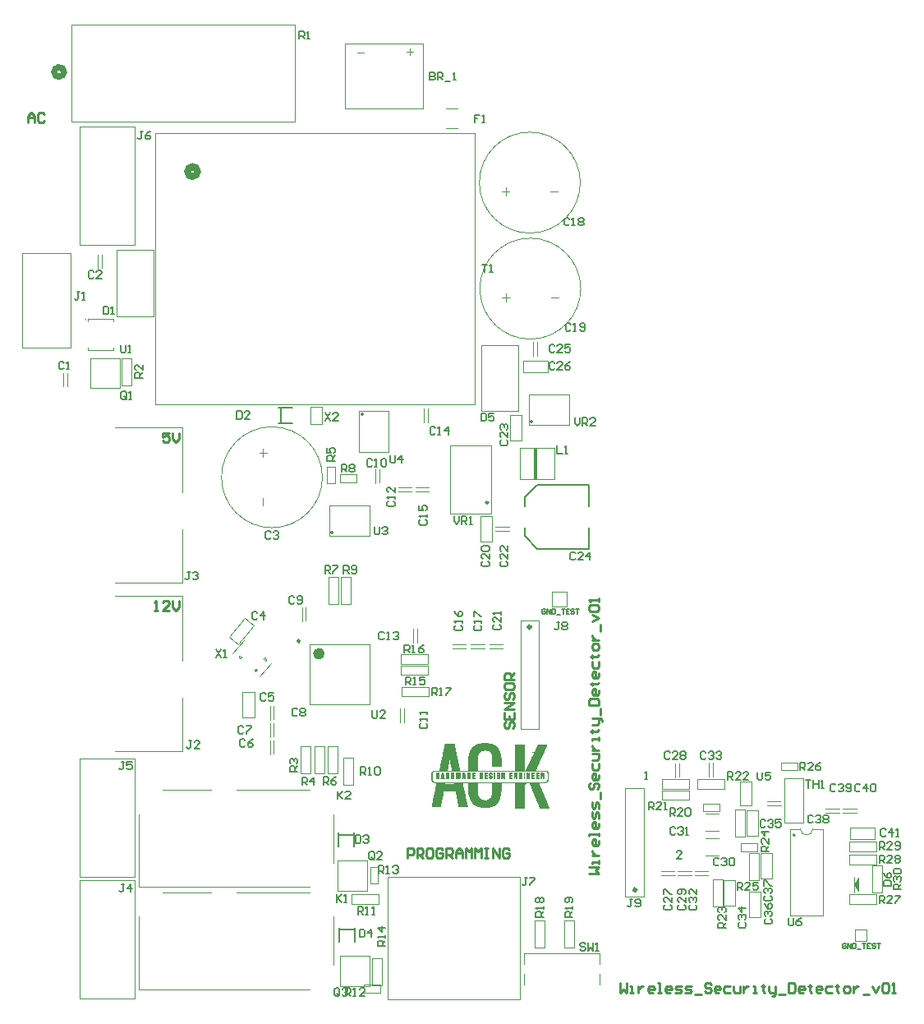
<source format=gto>
G04*
G04 #@! TF.GenerationSoftware,Altium Limited,Altium Designer,23.7.1 (13)*
G04*
G04 Layer_Color=65535*
%FSLAX25Y25*%
%MOIN*%
G70*
G04*
G04 #@! TF.SameCoordinates,AA4D2978-76EA-46CB-BF31-C62278C5BCD9*
G04*
G04*
G04 #@! TF.FilePolarity,Positive*
G04*
G01*
G75*
%ADD10C,0.01181*%
%ADD11C,0.00394*%
%ADD12C,0.00787*%
%ADD13C,0.00492*%
%ADD14C,0.02756*%
%ADD15C,0.01000*%
%ADD16C,0.02362*%
%ADD17C,0.00984*%
%ADD18C,0.02953*%
%ADD19C,0.00100*%
%ADD20C,0.00197*%
%ADD21C,0.00500*%
%ADD22C,0.00591*%
%ADD23R,0.06299X0.00787*%
%ADD24R,0.00787X0.06299*%
%ADD25R,0.01181X0.12598*%
G36*
X342684Y43200D02*
Y49500D01*
X340716Y46350D01*
X342684Y43200D01*
D02*
G37*
D10*
X252441Y44367D02*
G03*
X252441Y44367I-591J0D01*
G01*
X209591Y150991D02*
G03*
X209591Y150991I-591J0D01*
G01*
D11*
X318957Y69070D02*
G03*
X323998Y69070I2521J0D01*
G01*
X229630Y331200D02*
G03*
X229630Y331200I-20472J0D01*
G01*
X229815Y288200D02*
G03*
X229815Y288200I-20472J0D01*
G01*
X124972Y211700D02*
G03*
X124972Y211700I-20472J0D01*
G01*
X26327Y353839D02*
X48768D01*
X26327Y305807D02*
Y353839D01*
Y305807D02*
X48768D01*
Y353839D01*
X218150Y159200D02*
Y165400D01*
Y159200D02*
X224200D01*
Y165400D01*
X218150D02*
X224200D01*
X341250Y23750D02*
Y28200D01*
Y23750D02*
X345750D01*
Y28200D01*
X341250D02*
X345750D01*
X280344Y68207D02*
X285856D01*
X280344Y75293D02*
X285856D01*
X292632Y66182D02*
Y76812D01*
X296568D01*
Y65788D02*
Y76812D01*
X292632Y65788D02*
X296568D01*
X292632D02*
Y66182D01*
X336276Y75590D02*
X341787D01*
X336244Y77228D02*
X341756D01*
X329225Y75590D02*
X334737D01*
X329194Y77228D02*
X334706D01*
X302068Y48189D02*
Y58819D01*
X298131Y48189D02*
X302068D01*
X298131D02*
Y59212D01*
X302068D01*
Y58819D02*
Y59212D01*
X280344Y58207D02*
X285856D01*
X280344Y65293D02*
X285856D01*
X247913Y41611D02*
Y85706D01*
X255393D01*
Y41611D02*
Y85706D01*
X247913Y41611D02*
X255393D01*
X262475Y50140D02*
X267987D01*
X262444Y51778D02*
X267956D01*
X269226Y50150D02*
X274737D01*
X269194Y51787D02*
X274706D01*
X276026Y50150D02*
X281537D01*
X275994Y51787D02*
X281506D01*
X283482Y38032D02*
Y48662D01*
X287419D01*
Y37638D02*
Y48662D01*
X283482Y37638D02*
X287419D01*
X283482D02*
Y38032D01*
X339132Y42669D02*
X349762D01*
Y38732D02*
Y42669D01*
X338738Y38732D02*
X349762D01*
X338738D02*
Y42669D01*
X339132D01*
X348031Y43532D02*
Y54161D01*
X351969D01*
Y43138D02*
Y54161D01*
X348031Y43138D02*
X351969D01*
X348031D02*
Y43532D01*
X323998Y69070D02*
X328170D01*
X314785D02*
X318957D01*
X328170Y33834D02*
Y69070D01*
X314785Y33834D02*
X328170D01*
X314785D02*
Y69070D01*
X340716Y43200D02*
Y49500D01*
X339182Y58518D02*
X349812D01*
Y54581D02*
Y58518D01*
X338789Y54581D02*
X349812D01*
X338789D02*
Y58518D01*
X339182D01*
X338789Y59982D02*
X349418D01*
X338789D02*
Y63919D01*
X349812D01*
Y59982D02*
Y63919D01*
X349418Y59982D02*
X349812D01*
X312363Y71586D02*
X320237D01*
Y89697D01*
X312363D02*
X320237D01*
X312363Y71586D02*
Y89697D01*
X305475Y78550D02*
X310987D01*
X305444Y80187D02*
X310956D01*
X276988Y85431D02*
X287618D01*
X276988D02*
Y89368D01*
X288012D01*
Y85431D02*
Y89368D01*
X287618Y85431D02*
X288012D01*
X262938Y85281D02*
X273568D01*
X262938D02*
Y89218D01*
X273962D01*
Y85281D02*
Y89218D01*
X273568Y85281D02*
X273962D01*
X262938Y80782D02*
X273568D01*
X262938D02*
Y84719D01*
X273962D01*
Y80782D02*
Y84719D01*
X273568Y80782D02*
X273962D01*
X294538Y78676D02*
X297294D01*
X299262Y80644D02*
Y88124D01*
X294538Y78676D02*
Y88124D01*
X299262D01*
X297294Y78676D02*
X299262D01*
Y80644D01*
X283590Y90376D02*
Y95887D01*
X281953Y90344D02*
Y95856D01*
X269890Y90126D02*
Y95637D01*
X268253Y90094D02*
Y95606D01*
X205457Y153747D02*
X212937D01*
X205457Y109653D02*
Y153747D01*
Y109653D02*
X212937D01*
Y153747D01*
X206740Y6035D02*
Y10365D01*
X213039Y18633D02*
X222488D01*
X206740Y14302D02*
Y18633D01*
X213039D01*
X237449Y6035D02*
Y10365D01*
X222488Y18633D02*
X231150D01*
X237449Y14302D02*
Y18633D01*
X231150D02*
X237449D01*
X223081Y20988D02*
Y21382D01*
Y20988D02*
X227018D01*
Y32011D01*
X223081D02*
X227018D01*
X223081Y21382D02*
Y32011D01*
X215218Y31618D02*
Y32011D01*
X211281D02*
X215218D01*
X211281Y20988D02*
Y32011D01*
Y20988D02*
X215218D01*
Y31618D01*
X151335Y31D02*
Y49637D01*
Y31D02*
X205272D01*
Y49637D01*
X151335D02*
X205272D01*
X148969Y16306D02*
Y16700D01*
X145031D02*
X148969D01*
X145031Y5676D02*
Y16700D01*
Y5676D02*
X148969D01*
Y16306D01*
X132032Y5389D02*
X144236D01*
Y17594D01*
X132032D02*
X144236D01*
X132032Y5389D02*
Y17594D01*
X129370Y13858D02*
Y33542D01*
X90177Y43385D02*
X119843D01*
X60158D02*
X79882D01*
X50630Y4015D02*
Y33542D01*
Y4015D02*
X119843D01*
X136839Y42669D02*
X137232D01*
X136839Y38732D02*
Y42669D01*
Y38732D02*
X147862D01*
Y42669D01*
X137232D02*
X147862D01*
X131095Y43901D02*
X143299D01*
Y56106D01*
X131095D02*
X143299D01*
X131095Y43901D02*
Y56106D01*
X50630Y45515D02*
X119843D01*
X50630D02*
Y75042D01*
X60158Y84885D02*
X79882D01*
X90177D02*
X119843D01*
X129370Y55357D02*
Y75042D01*
X137469Y87039D02*
Y97668D01*
X133531Y87039D02*
X137469D01*
X133531D02*
Y98062D01*
X137469D01*
Y97668D02*
Y98062D01*
X118287Y153444D02*
Y158956D01*
X116650Y153413D02*
Y158924D01*
X19713Y248444D02*
Y253956D01*
X21350Y248476D02*
Y253987D01*
X42949Y247795D02*
Y259999D01*
X30744D02*
X42949D01*
X30744Y247795D02*
Y259999D01*
Y247795D02*
X42949D01*
X43632Y248988D02*
Y249382D01*
Y248988D02*
X47569D01*
Y260012D01*
X43632D02*
X47569D01*
X43632Y249382D02*
Y260012D01*
X40201Y275031D02*
Y276015D01*
X29965D02*
X40201D01*
X29965Y275031D02*
Y276015D01*
Y263417D02*
Y264401D01*
Y263417D02*
X40201D01*
Y264401D01*
X3264Y264302D02*
Y302491D01*
Y264302D02*
X22949D01*
Y302491D01*
X3264D02*
X22949D01*
X41520Y277015D02*
X56480D01*
Y303787D01*
X41520D02*
X56480D01*
X41520Y277015D02*
Y303787D01*
X33890Y296413D02*
Y301924D01*
X35528Y296444D02*
Y301956D01*
X23224Y356015D02*
Y395385D01*
Y356015D02*
X113776D01*
Y395385D01*
X23224D02*
X113776D01*
X139089Y384006D02*
X141845D01*
X159204Y384119D02*
X161960D01*
X160630Y382861D02*
Y385617D01*
X134252Y361208D02*
Y387586D01*
Y361208D02*
X165748D01*
Y387586D01*
X134252D02*
X165748D01*
X175138Y361137D02*
X179862D01*
X175138Y353263D02*
X179862D01*
X197740Y327657D02*
X200890D01*
X199315Y326082D02*
Y329232D01*
X217450Y327524D02*
X220600D01*
X197925Y284657D02*
X201075D01*
X199500Y283082D02*
Y286231D01*
X217635Y284524D02*
X220785D01*
X210472Y260944D02*
Y266456D01*
X212110Y260976D02*
Y266487D01*
X139701Y238468D02*
X140094D01*
X139701Y221932D02*
Y238468D01*
Y221932D02*
X151906D01*
Y238468D01*
X139701D02*
X151906D01*
X166213Y233944D02*
Y239456D01*
X167850Y233976D02*
Y239487D01*
X204480Y238613D02*
Y265385D01*
X189520Y238613D02*
X204480D01*
X189520D02*
Y265385D01*
X204480D01*
X208732Y232901D02*
Y233295D01*
Y232901D02*
X225268D01*
Y245106D01*
X208732D02*
X225268D01*
X208732Y232901D02*
Y245106D01*
X205047Y223499D02*
X219220D01*
Y210901D02*
Y223499D01*
X205047Y210901D02*
X219220D01*
X205047D02*
Y223499D01*
X195244Y189913D02*
X200756D01*
X195213Y191550D02*
X200725D01*
X193374Y196921D02*
Y224480D01*
X176839Y196921D02*
X193374D01*
X176839D02*
Y224480D01*
X193374D01*
X162744Y207487D02*
X168256D01*
X162776Y205850D02*
X168287D01*
X155744Y207487D02*
X161256D01*
X155775Y205850D02*
X161287D01*
X148028Y209444D02*
Y214956D01*
X146390Y209413D02*
Y214925D01*
X100957Y219968D02*
Y223117D01*
X99382Y221543D02*
X102532D01*
X100824Y200258D02*
Y203407D01*
X127732Y187901D02*
Y188294D01*
Y187901D02*
X144268D01*
Y200106D01*
X127732D02*
X144268D01*
X127732Y187901D02*
Y200106D01*
X131468Y170968D02*
Y171361D01*
X127532D02*
X131468D01*
X127532Y160338D02*
Y171361D01*
Y160338D02*
X131468D01*
Y170968D01*
X136469D02*
Y171361D01*
X132531D02*
X136469D01*
X132531Y160338D02*
Y171361D01*
Y160338D02*
X136469D01*
Y170968D01*
X99597Y130941D02*
X104152Y136370D01*
X88493Y140295D02*
X93047Y145723D01*
X131219Y91489D02*
Y102119D01*
X127281Y91489D02*
X131219D01*
X127281D02*
Y102512D01*
X131219D01*
Y102119D02*
Y102512D01*
X125718Y91489D02*
Y102119D01*
X121782Y91489D02*
X125718D01*
X121782D02*
Y102512D01*
X125718D01*
Y102119D02*
Y102512D01*
X120219Y91489D02*
Y102119D01*
X116281Y91489D02*
X120219D01*
X116281D02*
Y102512D01*
X120219D01*
Y102119D02*
Y102512D01*
X48768Y184D02*
Y48216D01*
X26327Y184D02*
X48768D01*
X26327D02*
Y48216D01*
X48768D01*
Y49684D02*
Y97716D01*
X26327Y49684D02*
X48768D01*
X26327D02*
Y97716D01*
X48768D01*
X40642Y232090D02*
X68201D01*
Y205712D02*
Y232090D01*
X40642D02*
X68201D01*
Y205712D02*
Y232090D01*
X40642Y169098D02*
X68201D01*
Y190751D01*
X40642Y163696D02*
X68201D01*
Y137318D02*
Y163696D01*
X40642D02*
X68201D01*
Y137318D02*
Y163696D01*
X40642Y100704D02*
X68201D01*
Y122357D01*
X105287Y99444D02*
Y104956D01*
X103650Y99413D02*
Y104924D01*
X105287Y106444D02*
Y111956D01*
X103650Y106413D02*
Y111925D01*
X105287Y113444D02*
Y118956D01*
X103650Y113413D02*
Y118924D01*
X192744Y142172D02*
X198256D01*
X192713Y143810D02*
X198225D01*
X163550Y144726D02*
Y150237D01*
X161913Y144694D02*
Y150206D01*
X185244Y142172D02*
X190756D01*
X185213Y143810D02*
X190725D01*
X177744Y142172D02*
X183256D01*
X177713Y143810D02*
X183225D01*
X157038Y126769D02*
X157432D01*
X157038Y122831D02*
Y126769D01*
Y122831D02*
X168062D01*
Y126769D01*
X157432D02*
X168062D01*
X157332Y135380D02*
X167962D01*
Y131444D02*
Y135380D01*
X156938Y131444D02*
X167962D01*
X156938D02*
Y135380D01*
X157332D01*
Y139831D02*
X167962D01*
Y135894D02*
Y139831D01*
X156938Y135894D02*
X167962D01*
X156938D02*
Y139831D01*
X157332D01*
X119795Y119495D02*
X144205D01*
X119795Y143905D02*
X144205D01*
Y119495D02*
Y143905D01*
X119795Y119495D02*
Y143905D01*
X156513Y112310D02*
Y117822D01*
X158150Y112342D02*
Y117853D01*
X57106Y241409D02*
X186732D01*
X57106D02*
Y351350D01*
X186831D01*
Y241409D02*
Y351350D01*
X186732Y241409D02*
X186831D01*
X91513Y139300D02*
X91236Y139276D01*
X90983Y138975D01*
X91007Y138697D01*
X91610Y138191D01*
X91888Y138216D01*
X92141Y138517D01*
X92116Y138794D01*
X91815Y139047D01*
X91562Y138746D01*
X101643Y138510D02*
X101366Y138486D01*
X101113Y138184D01*
X101137Y137907D01*
X101740Y137401D01*
X102017Y137425D01*
X102270Y137727D01*
X102246Y138004D01*
X101944Y138257D01*
X101691Y137955D01*
D12*
X316753Y66511D02*
G03*
X316753Y66511I-394J0D01*
G01*
X98440Y133305D02*
G03*
X98440Y133305I-394J0D01*
G01*
X131850Y23432D02*
Y28944D01*
X138150Y23432D02*
Y28944D01*
X131350Y61944D02*
Y67456D01*
X137650Y61944D02*
Y67456D01*
X107256Y233550D02*
X112768D01*
X107256Y239850D02*
X112768D01*
X43101Y265424D02*
Y262801D01*
X43626Y262276D01*
X44675D01*
X45200Y262801D01*
Y265424D01*
X46249Y262276D02*
X47299D01*
X46774D01*
Y265424D01*
X46249Y264899D01*
X126060Y237908D02*
X128159Y234760D01*
Y237908D02*
X126060Y234760D01*
X131308D02*
X129209D01*
X131308Y236859D01*
Y237384D01*
X130783Y237908D01*
X129734D01*
X129209Y237384D01*
X81801Y141824D02*
X83900Y138676D01*
Y141824D02*
X81801Y138676D01*
X84949D02*
X85999D01*
X85474D01*
Y141824D01*
X84949Y141299D01*
X178377Y195874D02*
Y193775D01*
X179426Y192726D01*
X180476Y193775D01*
Y195874D01*
X181525Y192726D02*
Y195874D01*
X183099D01*
X183624Y195350D01*
Y194300D01*
X183099Y193775D01*
X181525D01*
X182575D02*
X183624Y192726D01*
X184674D02*
X185723D01*
X185199D01*
Y195874D01*
X184674Y195350D01*
X227302Y235774D02*
Y233675D01*
X228351Y232626D01*
X229401Y233675D01*
Y235774D01*
X230451Y232626D02*
Y235774D01*
X232025D01*
X232550Y235249D01*
Y234200D01*
X232025Y233675D01*
X230451D01*
X231500D02*
X232550Y232626D01*
X235698D02*
X233599D01*
X235698Y234725D01*
Y235249D01*
X235173Y235774D01*
X234124D01*
X233599Y235249D01*
X301526Y92074D02*
Y89451D01*
X302051Y88926D01*
X303100D01*
X303625Y89451D01*
Y92074D01*
X306774D02*
X304675D01*
Y90500D01*
X305724Y91025D01*
X306249D01*
X306774Y90500D01*
Y89451D01*
X306249Y88926D01*
X305200D01*
X304675Y89451D01*
X314150Y33020D02*
Y30396D01*
X314675Y29871D01*
X315725D01*
X316249Y30396D01*
Y33020D01*
X319398D02*
X318349Y32495D01*
X317299Y31446D01*
Y30396D01*
X317824Y29871D01*
X318873D01*
X319398Y30396D01*
Y30921D01*
X318873Y31446D01*
X317299D01*
X146076Y191624D02*
Y189000D01*
X146601Y188476D01*
X147651D01*
X148175Y189000D01*
Y191624D01*
X149225Y191100D02*
X149750Y191624D01*
X150799D01*
X151324Y191100D01*
Y190575D01*
X150799Y190050D01*
X150274D01*
X150799D01*
X151324Y189525D01*
Y189000D01*
X150799Y188476D01*
X149750D01*
X149225Y189000D01*
X152476Y220624D02*
Y218001D01*
X153001Y217476D01*
X154051D01*
X154575Y218001D01*
Y220624D01*
X157199Y217476D02*
Y220624D01*
X155625Y219050D01*
X157724D01*
X145176Y117174D02*
Y114550D01*
X145701Y114026D01*
X146750D01*
X147275Y114550D01*
Y117174D01*
X150424Y114026D02*
X148325D01*
X150424Y116125D01*
Y116649D01*
X149899Y117174D01*
X148849D01*
X148325Y116649D01*
X321127Y88774D02*
X323226D01*
X322176D01*
Y85626D01*
X324275Y88774D02*
Y85626D01*
Y87200D01*
X326374D01*
Y88774D01*
Y85626D01*
X327424D02*
X328473D01*
X327949D01*
Y88774D01*
X327424Y88249D01*
X189800Y298049D02*
X191899D01*
X190849D01*
Y294900D01*
X192949D02*
X193998D01*
X193473D01*
Y298049D01*
X192949Y297524D01*
X231726Y22350D02*
X231201Y22874D01*
X230151D01*
X229627Y22350D01*
Y21825D01*
X230151Y21300D01*
X231201D01*
X231726Y20775D01*
Y20251D01*
X231201Y19726D01*
X230151D01*
X229627Y20251D01*
X232775Y22874D02*
Y19726D01*
X233825Y20775D01*
X234874Y19726D01*
Y22874D01*
X235924Y19726D02*
X236973D01*
X236449D01*
Y22874D01*
X235924Y22350D01*
X318852Y92876D02*
Y96024D01*
X320426D01*
X320951Y95499D01*
Y94450D01*
X320426Y93925D01*
X318852D01*
X319901D02*
X320951Y92876D01*
X324099D02*
X322001D01*
X324099Y94975D01*
Y95499D01*
X323575Y96024D01*
X322525D01*
X322001Y95499D01*
X327248Y96024D02*
X326199Y95499D01*
X325149Y94450D01*
Y93401D01*
X325674Y92876D01*
X326723D01*
X327248Y93401D01*
Y93925D01*
X326723Y94450D01*
X325149D01*
X266002Y74376D02*
Y77524D01*
X267576D01*
X268101Y76999D01*
Y75950D01*
X267576Y75425D01*
X266002D01*
X267051D02*
X268101Y74376D01*
X271250D02*
X269150D01*
X271250Y76475D01*
Y76999D01*
X270725Y77524D01*
X269675D01*
X269150Y76999D01*
X272299D02*
X272824Y77524D01*
X273873D01*
X274398Y76999D01*
Y74901D01*
X273873Y74376D01*
X272824D01*
X272299Y74901D01*
Y76999D01*
X289502Y89076D02*
Y92224D01*
X291076D01*
X291601Y91699D01*
Y90650D01*
X291076Y90125D01*
X289502D01*
X290551D02*
X291601Y89076D01*
X294749D02*
X292651D01*
X294749Y91175D01*
Y91699D01*
X294225Y92224D01*
X293175D01*
X292651Y91699D01*
X297898Y89076D02*
X295799D01*
X297898Y91175D01*
Y91699D01*
X297373Y92224D01*
X296324D01*
X295799Y91699D01*
X257377Y76826D02*
Y79974D01*
X258951D01*
X259476Y79449D01*
Y78400D01*
X258951Y77875D01*
X257377D01*
X258426D02*
X259476Y76826D01*
X262624D02*
X260525D01*
X262624Y78925D01*
Y79449D01*
X262100Y79974D01*
X261050D01*
X260525Y79449D01*
X263674Y76826D02*
X264723D01*
X264199D01*
Y79974D01*
X263674Y79449D01*
X288774Y28902D02*
X285626D01*
Y30476D01*
X286151Y31001D01*
X287200D01*
X287725Y30476D01*
Y28902D01*
Y29951D02*
X288774Y31001D01*
Y34150D02*
Y32050D01*
X286675Y34150D01*
X286151D01*
X285626Y33625D01*
Y32575D01*
X286151Y32050D01*
Y35199D02*
X285626Y35724D01*
Y36773D01*
X286151Y37298D01*
X286675D01*
X287200Y36773D01*
Y36249D01*
Y36773D01*
X287725Y37298D01*
X288249D01*
X288774Y36773D01*
Y35724D01*
X288249Y35199D01*
X255825Y89276D02*
X256875D01*
X256350D01*
Y92424D01*
X255825Y91900D01*
X351052Y38876D02*
Y42024D01*
X352626D01*
X353151Y41500D01*
Y40450D01*
X352626Y39925D01*
X351052D01*
X352101D02*
X353151Y38876D01*
X356299D02*
X354201D01*
X356299Y40975D01*
Y41500D01*
X355775Y42024D01*
X354725D01*
X354201Y41500D01*
X357349Y42024D02*
X359448D01*
Y41500D01*
X357349Y39401D01*
Y38876D01*
X351052Y55276D02*
Y58424D01*
X352626D01*
X353151Y57899D01*
Y56850D01*
X352626Y56325D01*
X351052D01*
X352101D02*
X353151Y55276D01*
X356299D02*
X354201D01*
X356299Y57375D01*
Y57899D01*
X355775Y58424D01*
X354725D01*
X354201Y57899D01*
X357349D02*
X357874Y58424D01*
X358923D01*
X359448Y57899D01*
Y57375D01*
X358923Y56850D01*
X359448Y56325D01*
Y55800D01*
X358923Y55276D01*
X357874D01*
X357349Y55800D01*
Y56325D01*
X357874Y56850D01*
X357349Y57375D01*
Y57899D01*
X357874Y56850D02*
X358923D01*
X270749Y57026D02*
X268651D01*
X270749Y59125D01*
Y59649D01*
X270225Y60174D01*
X269175D01*
X268651Y59649D01*
X306124Y59902D02*
X302976D01*
Y61476D01*
X303501Y62001D01*
X304550D01*
X305075Y61476D01*
Y59902D01*
Y60951D02*
X306124Y62001D01*
Y65149D02*
Y63051D01*
X304025Y65149D01*
X303501D01*
X302976Y64625D01*
Y63575D01*
X303501Y63051D01*
X306124Y67773D02*
X302976D01*
X304550Y66199D01*
Y68298D01*
X351052Y60676D02*
Y63824D01*
X352626D01*
X353151Y63300D01*
Y62250D01*
X352626Y61725D01*
X351052D01*
X352101D02*
X353151Y60676D01*
X356299D02*
X354201D01*
X356299Y62775D01*
Y63300D01*
X355775Y63824D01*
X354725D01*
X354201Y63300D01*
X357349Y61200D02*
X357874Y60676D01*
X358923D01*
X359448Y61200D01*
Y63300D01*
X358923Y63824D01*
X357874D01*
X357349Y63300D01*
Y62775D01*
X357874Y62250D01*
X359448D01*
X293352Y44276D02*
Y47424D01*
X294926D01*
X295451Y46900D01*
Y45850D01*
X294926Y45325D01*
X293352D01*
X294401D02*
X295451Y44276D01*
X298600D02*
X296500D01*
X298600Y46375D01*
Y46900D01*
X298075Y47424D01*
X297025D01*
X296500Y46900D01*
X301748Y47424D02*
X299649D01*
Y45850D01*
X300699Y46375D01*
X301223D01*
X301748Y45850D01*
Y44800D01*
X301223Y44276D01*
X300174D01*
X299649Y44800D01*
X359874Y44552D02*
X356726D01*
Y46126D01*
X357250Y46651D01*
X358300D01*
X358825Y46126D01*
Y44552D01*
Y45601D02*
X359874Y46651D01*
X357250Y47701D02*
X356726Y48225D01*
Y49275D01*
X357250Y49799D01*
X357775D01*
X358300Y49275D01*
Y48750D01*
Y49275D01*
X358825Y49799D01*
X359349D01*
X359874Y49275D01*
Y48225D01*
X359349Y47701D01*
X357250Y50849D02*
X356726Y51374D01*
Y52423D01*
X357250Y52948D01*
X359349D01*
X359874Y52423D01*
Y51374D01*
X359349Y50849D01*
X357250D01*
X51974Y252026D02*
X48826D01*
Y253601D01*
X49351Y254125D01*
X50400D01*
X50925Y253601D01*
Y252026D01*
Y253076D02*
X51974Y254125D01*
Y257274D02*
Y255175D01*
X49875Y257274D01*
X49351D01*
X48826Y256749D01*
Y255699D01*
X49351Y255175D01*
X132776Y213776D02*
Y216924D01*
X134351D01*
X134875Y216400D01*
Y215350D01*
X134351Y214825D01*
X132776D01*
X133826D02*
X134875Y213776D01*
X135925Y216400D02*
X136450Y216924D01*
X137499D01*
X138024Y216400D01*
Y215875D01*
X137499Y215350D01*
X138024Y214825D01*
Y214300D01*
X137499Y213776D01*
X136450D01*
X135925Y214300D01*
Y214825D01*
X136450Y215350D01*
X135925Y215875D01*
Y216400D01*
X136450Y215350D02*
X137499D01*
X130024Y218376D02*
X126876D01*
Y219951D01*
X127401Y220475D01*
X128450D01*
X128975Y219951D01*
Y218376D01*
Y219426D02*
X130024Y220475D01*
X126876Y223624D02*
Y221525D01*
X128450D01*
X127925Y222574D01*
Y223099D01*
X128450Y223624D01*
X129499D01*
X130024Y223099D01*
Y222049D01*
X129499Y221525D01*
X214724Y33414D02*
X211576D01*
Y34989D01*
X212101Y35513D01*
X213150D01*
X213675Y34989D01*
Y33414D01*
Y34464D02*
X214724Y35513D01*
Y36563D02*
Y37612D01*
Y37088D01*
X211576D01*
X212101Y36563D01*
Y39187D02*
X211576Y39711D01*
Y40761D01*
X212101Y41286D01*
X212625D01*
X213150Y40761D01*
X213675Y41286D01*
X214199D01*
X214724Y40761D01*
Y39711D01*
X214199Y39187D01*
X213675D01*
X213150Y39711D01*
X212625Y39187D01*
X212101D01*
X213150Y39711D02*
Y40761D01*
X226624Y33414D02*
X223476D01*
Y34989D01*
X224001Y35513D01*
X225050D01*
X225575Y34989D01*
Y33414D01*
Y34464D02*
X226624Y35513D01*
Y36563D02*
Y37612D01*
Y37088D01*
X223476D01*
X224001Y36563D01*
X226099Y39187D02*
X226624Y39711D01*
Y40761D01*
X226099Y41286D01*
X224001D01*
X223476Y40761D01*
Y39711D01*
X224001Y39187D01*
X224525D01*
X225050Y39711D01*
Y41286D01*
X169414Y123226D02*
Y126374D01*
X170989D01*
X171513Y125849D01*
Y124800D01*
X170989Y124275D01*
X169414D01*
X170464D02*
X171513Y123226D01*
X172563D02*
X173612D01*
X173088D01*
Y126374D01*
X172563Y125849D01*
X175187Y126374D02*
X177286D01*
Y125849D01*
X175187Y123750D01*
Y123226D01*
X140500Y91000D02*
Y94149D01*
X142074D01*
X142599Y93624D01*
Y92574D01*
X142074Y92049D01*
X140500D01*
X141550D02*
X142599Y91000D01*
X143649D02*
X144698D01*
X144173D01*
Y94149D01*
X143649Y93624D01*
X146272D02*
X146797Y94149D01*
X147847D01*
X148372Y93624D01*
Y91525D01*
X147847Y91000D01*
X146797D01*
X146272Y91525D01*
Y93624D01*
X125326Y87026D02*
Y90174D01*
X126900D01*
X127425Y89649D01*
Y88600D01*
X126900Y88075D01*
X125326D01*
X126376D02*
X127425Y87026D01*
X130574Y90174D02*
X129524Y89649D01*
X128475Y88600D01*
Y87550D01*
X128999Y87026D01*
X130049D01*
X130574Y87550D01*
Y88075D01*
X130049Y88600D01*
X128475D01*
X116676Y86826D02*
Y89974D01*
X118251D01*
X118775Y89450D01*
Y88400D01*
X118251Y87875D01*
X116676D01*
X117726D02*
X118775Y86826D01*
X121399D02*
Y89974D01*
X119825Y88400D01*
X121924D01*
X114924Y92376D02*
X111776D01*
Y93950D01*
X112301Y94475D01*
X113350D01*
X113875Y93950D01*
Y92376D01*
Y93426D02*
X114924Y94475D01*
X112301Y95525D02*
X111776Y96049D01*
Y97099D01*
X112301Y97624D01*
X112825D01*
X113350Y97099D01*
Y96574D01*
Y97099D01*
X113875Y97624D01*
X114400D01*
X114924Y97099D01*
Y96049D01*
X114400Y95525D01*
X158264Y140576D02*
Y143724D01*
X159839D01*
X160363Y143200D01*
Y142150D01*
X159839Y141625D01*
X158264D01*
X159314D02*
X160363Y140576D01*
X161413D02*
X162462D01*
X161938D01*
Y143724D01*
X161413Y143200D01*
X166136Y143724D02*
X165086Y143200D01*
X164037Y142150D01*
Y141101D01*
X164561Y140576D01*
X165611D01*
X166136Y141101D01*
Y141625D01*
X165611Y142150D01*
X164037D01*
X158664Y127576D02*
Y130724D01*
X160239D01*
X160763Y130200D01*
Y129150D01*
X160239Y128625D01*
X158664D01*
X159714D02*
X160763Y127576D01*
X161813D02*
X162862D01*
X162338D01*
Y130724D01*
X161813Y130200D01*
X166536Y130724D02*
X164437D01*
Y129150D01*
X165486Y129675D01*
X166011D01*
X166536Y129150D01*
Y128101D01*
X166011Y127576D01*
X164961D01*
X164437Y128101D01*
X133626Y172726D02*
Y175874D01*
X135201D01*
X135725Y175349D01*
Y174300D01*
X135201Y173775D01*
X133626D01*
X134676D02*
X135725Y172726D01*
X136775Y173250D02*
X137300Y172726D01*
X138349D01*
X138874Y173250D01*
Y175349D01*
X138349Y175874D01*
X137300D01*
X136775Y175349D01*
Y174825D01*
X137300Y174300D01*
X138874D01*
X125976Y172726D02*
Y175874D01*
X127550D01*
X128075Y175349D01*
Y174300D01*
X127550Y173775D01*
X125976D01*
X127026D02*
X128075Y172726D01*
X129125Y175874D02*
X131224D01*
Y175349D01*
X129125Y173250D01*
Y172726D01*
X147814Y50976D02*
Y54124D01*
X149389D01*
X149913Y53600D01*
Y52550D01*
X149389Y52025D01*
X147814D01*
X148864D02*
X149913Y50976D01*
X150963D02*
X152012D01*
X151488D01*
Y54124D01*
X150963Y53600D01*
X153587D02*
X154111Y54124D01*
X155161D01*
X155686Y53600D01*
Y53075D01*
X155161Y52550D01*
X154636D01*
X155161D01*
X155686Y52025D01*
Y51500D01*
X155161Y50976D01*
X154111D01*
X153587Y51500D01*
X134314Y1326D02*
Y4474D01*
X135889D01*
X136413Y3949D01*
Y2900D01*
X135889Y2375D01*
X134314D01*
X135364D02*
X136413Y1326D01*
X137463D02*
X138512D01*
X137988D01*
Y4474D01*
X137463Y3949D01*
X142186Y1326D02*
X140087D01*
X142186Y3425D01*
Y3949D01*
X141661Y4474D01*
X140611D01*
X140087Y3949D01*
X139389Y34426D02*
Y37574D01*
X140963D01*
X141488Y37049D01*
Y36000D01*
X140963Y35475D01*
X139389D01*
X140439D02*
X141488Y34426D01*
X142538D02*
X143587D01*
X143062D01*
Y37574D01*
X142538Y37049D01*
X145161Y34426D02*
X146211D01*
X145686D01*
Y37574D01*
X145161Y37049D01*
X150574Y21664D02*
X147426D01*
Y23239D01*
X147950Y23763D01*
X149000D01*
X149525Y23239D01*
Y21664D01*
Y22714D02*
X150574Y23763D01*
Y24813D02*
Y25862D01*
Y25338D01*
X147426D01*
X147950Y24813D01*
X150574Y29011D02*
X147426D01*
X149000Y27437D01*
Y29536D01*
X115601Y389476D02*
Y392624D01*
X117175D01*
X117700Y392099D01*
Y391050D01*
X117175Y390525D01*
X115601D01*
X116650D02*
X117700Y389476D01*
X118749D02*
X119799D01*
X119274D01*
Y392624D01*
X118749Y392099D01*
X45400Y243951D02*
Y246049D01*
X44875Y246574D01*
X43826D01*
X43301Y246049D01*
Y243951D01*
X43826Y243426D01*
X44875D01*
X44350Y244475D02*
X45400Y243426D01*
X44875D02*
X45400Y243951D01*
X46450Y243426D02*
X47499D01*
X46974D01*
Y246574D01*
X46450Y246049D01*
X145975Y57151D02*
Y59250D01*
X145450Y59774D01*
X144401D01*
X143876Y59250D01*
Y57151D01*
X144401Y56626D01*
X145450D01*
X144926Y57675D02*
X145975Y56626D01*
X145450D02*
X145975Y57151D01*
X149124Y56626D02*
X147025D01*
X149124Y58725D01*
Y59250D01*
X148599Y59774D01*
X147549D01*
X147025Y59250D01*
X131925Y1850D02*
Y3949D01*
X131401Y4474D01*
X130351D01*
X129826Y3949D01*
Y1850D01*
X130351Y1326D01*
X131401D01*
X130876Y2375D02*
X131925Y1326D01*
X131401D02*
X131925Y1850D01*
X132975Y3949D02*
X133500Y4474D01*
X134549D01*
X135074Y3949D01*
Y3425D01*
X134549Y2900D01*
X134024D01*
X134549D01*
X135074Y2375D01*
Y1850D01*
X134549Y1326D01*
X133500D01*
X132975Y1850D01*
X220251Y224474D02*
Y221326D01*
X222350D01*
X223399D02*
X224449D01*
X223924D01*
Y224474D01*
X223399Y223950D01*
X131076Y84374D02*
Y81226D01*
Y82275D01*
X133175Y84374D01*
X131601Y82800D01*
X133175Y81226D01*
X136324D02*
X134225D01*
X136324Y83325D01*
Y83850D01*
X135799Y84374D01*
X134749D01*
X134225Y83850D01*
X130701Y42524D02*
Y39376D01*
Y40425D01*
X132800Y42524D01*
X131226Y40950D01*
X132800Y39376D01*
X133850D02*
X134899D01*
X134374D01*
Y42524D01*
X133850Y42000D01*
X250825Y40624D02*
X249776D01*
X250301D01*
Y38001D01*
X249776Y37476D01*
X249251D01*
X248726Y38001D01*
X251875D02*
X252399Y37476D01*
X253449D01*
X253974Y38001D01*
Y40099D01*
X253449Y40624D01*
X252399D01*
X251875Y40099D01*
Y39575D01*
X252399Y39050D01*
X253974D01*
X221175Y152974D02*
X220126D01*
X220651D01*
Y150350D01*
X220126Y149826D01*
X219601D01*
X219076Y150350D01*
X222225Y152450D02*
X222749Y152974D01*
X223799D01*
X224324Y152450D01*
Y151925D01*
X223799Y151400D01*
X224324Y150875D01*
Y150350D01*
X223799Y149826D01*
X222749D01*
X222225Y150350D01*
Y150875D01*
X222749Y151400D01*
X222225Y151925D01*
Y152450D01*
X222749Y151400D02*
X223799D01*
X26450Y286824D02*
X25401D01*
X25925D01*
Y284201D01*
X25401Y283676D01*
X24876D01*
X24351Y284201D01*
X27499Y283676D02*
X28549D01*
X28024D01*
Y286824D01*
X27499Y286299D01*
X208125Y49274D02*
X207076D01*
X207600D01*
Y46650D01*
X207076Y46126D01*
X206551D01*
X206026Y46650D01*
X209175Y49274D02*
X211274D01*
Y48750D01*
X209175Y46650D01*
Y46126D01*
X71325Y173374D02*
X70276D01*
X70801D01*
Y170750D01*
X70276Y170226D01*
X69751D01*
X69226Y170750D01*
X72375Y172850D02*
X72900Y173374D01*
X73949D01*
X74474Y172850D01*
Y172325D01*
X73949Y171800D01*
X73424D01*
X73949D01*
X74474Y171275D01*
Y170750D01*
X73949Y170226D01*
X72900D01*
X72375Y170750D01*
X44525Y96374D02*
X43476D01*
X44001D01*
Y93751D01*
X43476Y93226D01*
X42951D01*
X42426Y93751D01*
X47674Y96374D02*
X45575D01*
Y94800D01*
X46624Y95325D01*
X47149D01*
X47674Y94800D01*
Y93751D01*
X47149Y93226D01*
X46099D01*
X45575Y93751D01*
X71925Y104874D02*
X70876D01*
X71400D01*
Y102251D01*
X70876Y101726D01*
X70351D01*
X69826Y102251D01*
X75074Y101726D02*
X72975D01*
X75074Y103825D01*
Y104350D01*
X74549Y104874D01*
X73500D01*
X72975Y104350D01*
X44625Y46624D02*
X43576D01*
X44100D01*
Y44001D01*
X43576Y43476D01*
X43051D01*
X42526Y44001D01*
X47249Y43476D02*
Y46624D01*
X45675Y45050D01*
X47774D01*
X52034Y351968D02*
X50985D01*
X51509D01*
Y349344D01*
X50985Y348819D01*
X50460D01*
X49935Y349344D01*
X55183Y351968D02*
X54133Y351443D01*
X53084Y350394D01*
Y349344D01*
X53609Y348819D01*
X54658D01*
X55183Y349344D01*
Y349869D01*
X54658Y350394D01*
X53084D01*
X188750Y358724D02*
X186651D01*
Y357150D01*
X187700D01*
X186651D01*
Y355576D01*
X189799D02*
X190849D01*
X190324D01*
Y358724D01*
X189799Y358200D01*
X352676Y46026D02*
X355824D01*
Y47600D01*
X355299Y48125D01*
X353201D01*
X352676Y47600D01*
Y46026D01*
Y51274D02*
X353201Y50224D01*
X354250Y49175D01*
X355299D01*
X355824Y49700D01*
Y50749D01*
X355299Y51274D01*
X354775D01*
X354250Y50749D01*
Y49175D01*
X90226Y238574D02*
Y235426D01*
X91800D01*
X92325Y235950D01*
Y238050D01*
X91800Y238574D01*
X90226D01*
X95474Y235426D02*
X93375D01*
X95474Y237525D01*
Y238050D01*
X94949Y238574D01*
X93900D01*
X93375Y238050D01*
X36151Y280924D02*
Y277776D01*
X37725D01*
X38250Y278300D01*
Y280399D01*
X37725Y280924D01*
X36151D01*
X39299Y277776D02*
X40349D01*
X39824D01*
Y280924D01*
X39299Y280399D01*
X189376Y237674D02*
Y234526D01*
X190951D01*
X191475Y235051D01*
Y237150D01*
X190951Y237674D01*
X189376D01*
X194624D02*
X192525D01*
Y236100D01*
X193574Y236625D01*
X194099D01*
X194624Y236100D01*
Y235051D01*
X194099Y234526D01*
X193050D01*
X192525Y235051D01*
X139976Y28374D02*
Y25226D01*
X141551D01*
X142075Y25750D01*
Y27850D01*
X141551Y28374D01*
X139976D01*
X144699Y25226D02*
Y28374D01*
X143125Y26800D01*
X145224D01*
X138426Y66474D02*
Y63326D01*
X140000D01*
X140525Y63850D01*
Y65949D01*
X140000Y66474D01*
X138426D01*
X141575Y65949D02*
X142099Y66474D01*
X143149D01*
X143674Y65949D01*
Y65425D01*
X143149Y64900D01*
X142624D01*
X143149D01*
X143674Y64375D01*
Y63850D01*
X143149Y63326D01*
X142099D01*
X141575Y63850D01*
X274301Y38251D02*
X273776Y37726D01*
Y36677D01*
X274301Y36152D01*
X276399D01*
X276924Y36677D01*
Y37726D01*
X276399Y38251D01*
X274301Y39301D02*
X273776Y39825D01*
Y40875D01*
X274301Y41399D01*
X274825D01*
X275350Y40875D01*
Y40350D01*
Y40875D01*
X275875Y41399D01*
X276399D01*
X276924Y40875D01*
Y39825D01*
X276399Y39301D01*
X276924Y44548D02*
Y42449D01*
X274825Y44548D01*
X274301D01*
X273776Y44023D01*
Y42974D01*
X274301Y42449D01*
X264151Y38251D02*
X263626Y37726D01*
Y36677D01*
X264151Y36152D01*
X266249D01*
X266774Y36677D01*
Y37726D01*
X266249Y38251D01*
X266774Y41399D02*
Y39301D01*
X264675Y41399D01*
X264151D01*
X263626Y40875D01*
Y39825D01*
X264151Y39301D01*
X263626Y42449D02*
Y44548D01*
X264151D01*
X266249Y42449D01*
X266774D01*
X269701Y38251D02*
X269176Y37726D01*
Y36677D01*
X269701Y36152D01*
X271799D01*
X272324Y36677D01*
Y37726D01*
X271799Y38251D01*
X272324Y41399D02*
Y39301D01*
X270225Y41399D01*
X269701D01*
X269176Y40875D01*
Y39825D01*
X269701Y39301D01*
X271799Y42449D02*
X272324Y42974D01*
Y44023D01*
X271799Y44548D01*
X269701D01*
X269176Y44023D01*
Y42974D01*
X269701Y42449D01*
X270225D01*
X270750Y42974D01*
Y44548D01*
X266051Y99950D02*
X265526Y100474D01*
X264477D01*
X263952Y99950D01*
Y97851D01*
X264477Y97326D01*
X265526D01*
X266051Y97851D01*
X269199Y97326D02*
X267101D01*
X269199Y99425D01*
Y99950D01*
X268675Y100474D01*
X267625D01*
X267101Y99950D01*
X270249D02*
X270774Y100474D01*
X271823D01*
X272348Y99950D01*
Y99425D01*
X271823Y98900D01*
X272348Y98375D01*
Y97851D01*
X271823Y97326D01*
X270774D01*
X270249Y97851D01*
Y98375D01*
X270774Y98900D01*
X270249Y99425D01*
Y99950D01*
X270774Y98900D02*
X271823D01*
X280601Y99950D02*
X280076Y100474D01*
X279027D01*
X278502Y99950D01*
Y97851D01*
X279027Y97326D01*
X280076D01*
X280601Y97851D01*
X281650Y99950D02*
X282175Y100474D01*
X283225D01*
X283750Y99950D01*
Y99425D01*
X283225Y98900D01*
X282700D01*
X283225D01*
X283750Y98375D01*
Y97851D01*
X283225Y97326D01*
X282175D01*
X281650Y97851D01*
X284799Y99950D02*
X285324Y100474D01*
X286373D01*
X286898Y99950D01*
Y99425D01*
X286373Y98900D01*
X285849D01*
X286373D01*
X286898Y98375D01*
Y97851D01*
X286373Y97326D01*
X285324D01*
X284799Y97851D01*
X324101Y74150D02*
X323576Y74674D01*
X322527D01*
X322002Y74150D01*
Y72050D01*
X322527Y71526D01*
X323576D01*
X324101Y72050D01*
X325150Y74150D02*
X325675Y74674D01*
X326725D01*
X327250Y74150D01*
Y73625D01*
X326725Y73100D01*
X326200D01*
X326725D01*
X327250Y72575D01*
Y72050D01*
X326725Y71526D01*
X325675D01*
X325150Y72050D01*
X328299Y74150D02*
X328824Y74674D01*
X329873D01*
X330398Y74150D01*
Y73625D01*
X329873Y73100D01*
X330398Y72575D01*
Y72050D01*
X329873Y71526D01*
X328824D01*
X328299Y72050D01*
Y72575D01*
X328824Y73100D01*
X328299Y73625D01*
Y74150D01*
X328824Y73100D02*
X329873D01*
X294250Y31201D02*
X293726Y30676D01*
Y29627D01*
X294250Y29102D01*
X296350D01*
X296874Y29627D01*
Y30676D01*
X296350Y31201D01*
X294250Y32250D02*
X293726Y32775D01*
Y33825D01*
X294250Y34350D01*
X294775D01*
X295300Y33825D01*
Y33300D01*
Y33825D01*
X295825Y34350D01*
X296350D01*
X296874Y33825D01*
Y32775D01*
X296350Y32250D01*
X296874Y36973D02*
X293726D01*
X295300Y35399D01*
Y37498D01*
X304851Y32551D02*
X304326Y32026D01*
Y30977D01*
X304851Y30452D01*
X306949D01*
X307474Y30977D01*
Y32026D01*
X306949Y32551D01*
X304851Y33601D02*
X304326Y34125D01*
Y35175D01*
X304851Y35699D01*
X305375D01*
X305900Y35175D01*
Y34650D01*
Y35175D01*
X306425Y35699D01*
X306949D01*
X307474Y35175D01*
Y34125D01*
X306949Y33601D01*
X304326Y38848D02*
X304851Y37799D01*
X305900Y36749D01*
X306949D01*
X307474Y37274D01*
Y38323D01*
X306949Y38848D01*
X306425D01*
X305900Y38323D01*
Y36749D01*
X353676Y68599D02*
X353151Y69124D01*
X352101D01*
X351577Y68599D01*
Y66501D01*
X352101Y65976D01*
X353151D01*
X353676Y66501D01*
X356299Y65976D02*
Y69124D01*
X354725Y67550D01*
X356824D01*
X357874Y65976D02*
X358923D01*
X358399D01*
Y69124D01*
X357874Y68599D01*
X268227Y69275D02*
X267702Y69800D01*
X266652D01*
X266128Y69275D01*
Y67176D01*
X266652Y66651D01*
X267702D01*
X268227Y67176D01*
X269276Y69275D02*
X269801Y69800D01*
X270850D01*
X271375Y69275D01*
Y68750D01*
X270850Y68226D01*
X270326D01*
X270850D01*
X271375Y67701D01*
Y67176D01*
X270850Y66651D01*
X269801D01*
X269276Y67176D01*
X272425Y66651D02*
X273474D01*
X272950D01*
Y69800D01*
X272425Y69275D01*
X304751Y72350D02*
X304226Y72874D01*
X303177D01*
X302652Y72350D01*
Y70250D01*
X303177Y69726D01*
X304226D01*
X304751Y70250D01*
X305801Y72350D02*
X306325Y72874D01*
X307375D01*
X307899Y72350D01*
Y71825D01*
X307375Y71300D01*
X306850D01*
X307375D01*
X307899Y70775D01*
Y70250D01*
X307375Y69726D01*
X306325D01*
X305801Y70250D01*
X311048Y72874D02*
X308949D01*
Y71300D01*
X309999Y71825D01*
X310523D01*
X311048Y71300D01*
Y70250D01*
X310523Y69726D01*
X309474D01*
X308949Y70250D01*
X285901Y56849D02*
X285376Y57374D01*
X284327D01*
X283802Y56849D01*
Y54751D01*
X284327Y54226D01*
X285376D01*
X285901Y54751D01*
X286950Y56849D02*
X287475Y57374D01*
X288525D01*
X289050Y56849D01*
Y56325D01*
X288525Y55800D01*
X288000D01*
X288525D01*
X289050Y55275D01*
Y54751D01*
X288525Y54226D01*
X287475D01*
X286950Y54751D01*
X290099Y56849D02*
X290624Y57374D01*
X291673D01*
X292198Y56849D01*
Y54751D01*
X291673Y54226D01*
X290624D01*
X290099Y54751D01*
Y56849D01*
X343301Y86800D02*
X342776Y87324D01*
X341727D01*
X341202Y86800D01*
Y84701D01*
X341727Y84176D01*
X342776D01*
X343301Y84701D01*
X345925Y84176D02*
Y87324D01*
X344351Y85750D01*
X346449D01*
X347499Y86800D02*
X348024Y87324D01*
X349073D01*
X349598Y86800D01*
Y84701D01*
X349073Y84176D01*
X348024D01*
X347499Y84701D01*
Y86800D01*
X333301D02*
X332776Y87324D01*
X331727D01*
X331202Y86800D01*
Y84701D01*
X331727Y84176D01*
X332776D01*
X333301Y84701D01*
X334350Y86800D02*
X334875Y87324D01*
X335925D01*
X336450Y86800D01*
Y86275D01*
X335925Y85750D01*
X335400D01*
X335925D01*
X336450Y85225D01*
Y84701D01*
X335925Y84176D01*
X334875D01*
X334350Y84701D01*
X337499D02*
X338024Y84176D01*
X339073D01*
X339598Y84701D01*
Y86800D01*
X339073Y87324D01*
X338024D01*
X337499Y86800D01*
Y86275D01*
X338024Y85750D01*
X339598D01*
X304750Y41901D02*
X304226Y41376D01*
Y40327D01*
X304750Y39802D01*
X306850D01*
X307374Y40327D01*
Y41376D01*
X306850Y41901D01*
X304750Y42950D02*
X304226Y43475D01*
Y44525D01*
X304750Y45050D01*
X305275D01*
X305800Y44525D01*
Y44000D01*
Y44525D01*
X306325Y45050D01*
X306850D01*
X307374Y44525D01*
Y43475D01*
X306850Y42950D01*
X304226Y46099D02*
Y48198D01*
X304750D01*
X306850Y46099D01*
X307374D01*
X145163Y218650D02*
X144639Y219174D01*
X143589D01*
X143064Y218650D01*
Y216550D01*
X143589Y216026D01*
X144639D01*
X145163Y216550D01*
X146213Y216026D02*
X147262D01*
X146738D01*
Y219174D01*
X146213Y218650D01*
X148837D02*
X149361Y219174D01*
X150411D01*
X150936Y218650D01*
Y216550D01*
X150411Y216026D01*
X149361D01*
X148837Y216550D01*
Y218650D01*
X20100Y258100D02*
X19575Y258624D01*
X18526D01*
X18001Y258100D01*
Y256000D01*
X18526Y255476D01*
X19575D01*
X20100Y256000D01*
X21149Y255476D02*
X22199D01*
X21674D01*
Y258624D01*
X21149Y258100D01*
X104025Y189299D02*
X103500Y189824D01*
X102451D01*
X101926Y189299D01*
Y187200D01*
X102451Y186676D01*
X103500D01*
X104025Y187200D01*
X105075Y189299D02*
X105599Y189824D01*
X106649D01*
X107174Y189299D01*
Y188775D01*
X106649Y188250D01*
X106124D01*
X106649D01*
X107174Y187725D01*
Y187200D01*
X106649Y186676D01*
X105599D01*
X105075Y187200D01*
X170813Y231649D02*
X170289Y232174D01*
X169239D01*
X168714Y231649D01*
Y229551D01*
X169239Y229026D01*
X170289D01*
X170813Y229551D01*
X171863Y229026D02*
X172912D01*
X172388D01*
Y232174D01*
X171863Y231649D01*
X176061Y229026D02*
Y232174D01*
X174487Y230600D01*
X176586D01*
X164869Y111907D02*
X164345Y111383D01*
Y110333D01*
X164869Y109808D01*
X166968D01*
X167493Y110333D01*
Y111383D01*
X166968Y111907D01*
X167493Y112957D02*
Y114006D01*
Y113482D01*
X164345D01*
X164869Y112957D01*
X167493Y115581D02*
Y116630D01*
Y116105D01*
X164345D01*
X164869Y115581D01*
X113625Y163049D02*
X113101Y163574D01*
X112051D01*
X111526Y163049D01*
Y160951D01*
X112051Y160426D01*
X113101D01*
X113625Y160951D01*
X114675D02*
X115199Y160426D01*
X116249D01*
X116774Y160951D01*
Y163049D01*
X116249Y163574D01*
X115199D01*
X114675Y163049D01*
Y162525D01*
X115199Y162000D01*
X116774D01*
X150063Y148450D02*
X149539Y148974D01*
X148489D01*
X147964Y148450D01*
Y146351D01*
X148489Y145826D01*
X149539D01*
X150063Y146351D01*
X151113Y145826D02*
X152162D01*
X151638D01*
Y148974D01*
X151113Y148450D01*
X153737D02*
X154261Y148974D01*
X155311D01*
X155836Y148450D01*
Y147925D01*
X155311Y147400D01*
X154786D01*
X155311D01*
X155836Y146875D01*
Y146351D01*
X155311Y145826D01*
X154261D01*
X153737Y146351D01*
X114841Y117483D02*
X114317Y118008D01*
X113267D01*
X112742Y117483D01*
Y115384D01*
X113267Y114860D01*
X114317D01*
X114841Y115384D01*
X115891Y117483D02*
X116416Y118008D01*
X117465D01*
X117990Y117483D01*
Y116959D01*
X117465Y116434D01*
X117990Y115909D01*
Y115384D01*
X117465Y114860D01*
X116416D01*
X115891Y115384D01*
Y115909D01*
X116416Y116434D01*
X115891Y116959D01*
Y117483D01*
X116416Y116434D02*
X117465D01*
X92925Y110350D02*
X92400Y110874D01*
X91351D01*
X90826Y110350D01*
Y108250D01*
X91351Y107726D01*
X92400D01*
X92925Y108250D01*
X93975Y110874D02*
X96074D01*
Y110350D01*
X93975Y108250D01*
Y107726D01*
X93625Y104999D02*
X93101Y105524D01*
X92051D01*
X91526Y104999D01*
Y102901D01*
X92051Y102376D01*
X93101D01*
X93625Y102901D01*
X96774Y105524D02*
X95724Y104999D01*
X94675Y103950D01*
Y102901D01*
X95200Y102376D01*
X96249D01*
X96774Y102901D01*
Y103425D01*
X96249Y103950D01*
X94675D01*
X102025Y123699D02*
X101500Y124224D01*
X100451D01*
X99926Y123699D01*
Y121600D01*
X100451Y121076D01*
X101500D01*
X102025Y121600D01*
X105174Y124224D02*
X103075D01*
Y122650D01*
X104124Y123175D01*
X104649D01*
X105174Y122650D01*
Y121600D01*
X104649Y121076D01*
X103600D01*
X103075Y121600D01*
X98601Y156692D02*
X98076Y157217D01*
X97027D01*
X96502Y156692D01*
Y154593D01*
X97027Y154068D01*
X98076D01*
X98601Y154593D01*
X101225Y154068D02*
Y157217D01*
X99651Y155643D01*
X101750D01*
X32175Y295000D02*
X31651Y295524D01*
X30601D01*
X30076Y295000D01*
Y292900D01*
X30601Y292376D01*
X31651D01*
X32175Y292900D01*
X35324Y292376D02*
X33225D01*
X35324Y294475D01*
Y295000D01*
X34799Y295524D01*
X33749D01*
X33225Y295000D01*
X197501Y177551D02*
X196976Y177026D01*
Y175977D01*
X197501Y175452D01*
X199600D01*
X200124Y175977D01*
Y177026D01*
X199600Y177551D01*
X200124Y180700D02*
Y178601D01*
X198025Y180700D01*
X197501D01*
X196976Y180175D01*
Y179125D01*
X197501Y178601D01*
X200124Y183848D02*
Y181749D01*
X198025Y183848D01*
X197501D01*
X196976Y183323D01*
Y182274D01*
X197501Y181749D01*
X190150Y177551D02*
X189626Y177026D01*
Y175977D01*
X190150Y175452D01*
X192250D01*
X192774Y175977D01*
Y177026D01*
X192250Y177551D01*
X192774Y180700D02*
Y178601D01*
X190675Y180700D01*
X190150D01*
X189626Y180175D01*
Y179125D01*
X190150Y178601D01*
Y181749D02*
X189626Y182274D01*
Y183323D01*
X190150Y183848D01*
X192250D01*
X192774Y183323D01*
Y182274D01*
X192250Y181749D01*
X190150D01*
X151751Y201963D02*
X151226Y201439D01*
Y200389D01*
X151751Y199864D01*
X153849D01*
X154374Y200389D01*
Y201439D01*
X153849Y201963D01*
X154374Y203013D02*
Y204062D01*
Y203538D01*
X151226D01*
X151751Y203013D01*
X154374Y207736D02*
Y205637D01*
X152275Y207736D01*
X151751D01*
X151226Y207211D01*
Y206161D01*
X151751Y205637D01*
X164800Y194513D02*
X164276Y193989D01*
Y192939D01*
X164800Y192414D01*
X166900D01*
X167424Y192939D01*
Y193989D01*
X166900Y194513D01*
X167424Y195563D02*
Y196612D01*
Y196088D01*
X164276D01*
X164800Y195563D01*
X164276Y200286D02*
Y198187D01*
X165850D01*
X165325Y199236D01*
Y199761D01*
X165850Y200286D01*
X166900D01*
X167424Y199761D01*
Y198711D01*
X166900Y198187D01*
X186951Y151613D02*
X186426Y151089D01*
Y150039D01*
X186951Y149514D01*
X189049D01*
X189574Y150039D01*
Y151089D01*
X189049Y151613D01*
X189574Y152663D02*
Y153712D01*
Y153188D01*
X186426D01*
X186951Y152663D01*
X186426Y155287D02*
Y157386D01*
X186951D01*
X189049Y155287D01*
X189574D01*
X194750Y151876D02*
X194226Y151351D01*
Y150301D01*
X194750Y149777D01*
X196850D01*
X197374Y150301D01*
Y151351D01*
X196850Y151876D01*
X197374Y155024D02*
Y152925D01*
X195275Y155024D01*
X194750D01*
X194226Y154499D01*
Y153450D01*
X194750Y152925D01*
X197374Y156074D02*
Y157123D01*
Y156599D01*
X194226D01*
X194750Y156074D01*
X179150Y151613D02*
X178626Y151089D01*
Y150039D01*
X179150Y149514D01*
X181249D01*
X181774Y150039D01*
Y151089D01*
X181249Y151613D01*
X181774Y152663D02*
Y153712D01*
Y153188D01*
X178626D01*
X179150Y152663D01*
X178626Y157386D02*
X179150Y156336D01*
X180200Y155287D01*
X181249D01*
X181774Y155812D01*
Y156861D01*
X181249Y157386D01*
X180725D01*
X180200Y156861D01*
Y155287D01*
X227651Y180799D02*
X227126Y181324D01*
X226077D01*
X225552Y180799D01*
Y178700D01*
X226077Y178176D01*
X227126D01*
X227651Y178700D01*
X230800Y178176D02*
X228700D01*
X230800Y180275D01*
Y180799D01*
X230275Y181324D01*
X229225D01*
X228700Y180799D01*
X233423Y178176D02*
Y181324D01*
X231849Y179750D01*
X233948D01*
X219225Y264974D02*
X218700Y265499D01*
X217651D01*
X217126Y264974D01*
Y262875D01*
X217651Y262350D01*
X218700D01*
X219225Y262875D01*
X222373Y262350D02*
X220274D01*
X222373Y264449D01*
Y264974D01*
X221849Y265499D01*
X220799D01*
X220274Y264974D01*
X225522Y265499D02*
X223423D01*
Y263924D01*
X224472Y264449D01*
X224997D01*
X225522Y263924D01*
Y262875D01*
X224997Y262350D01*
X223948D01*
X223423Y262875D01*
X219225Y257974D02*
X218700Y258499D01*
X217651D01*
X217126Y257974D01*
Y255875D01*
X217651Y255350D01*
X218700D01*
X219225Y255875D01*
X222373Y255350D02*
X220274D01*
X222373Y257449D01*
Y257974D01*
X221849Y258499D01*
X220799D01*
X220274Y257974D01*
X225522Y258499D02*
X224472Y257974D01*
X223423Y256924D01*
Y255875D01*
X223948Y255350D01*
X224997D01*
X225522Y255875D01*
Y256399D01*
X224997Y256924D01*
X223423D01*
X197600Y226851D02*
X197076Y226326D01*
Y225277D01*
X197600Y224752D01*
X199699D01*
X200224Y225277D01*
Y226326D01*
X199699Y226851D01*
X200224Y229999D02*
Y227901D01*
X198125Y229999D01*
X197600D01*
X197076Y229475D01*
Y228425D01*
X197600Y227901D01*
Y231049D02*
X197076Y231574D01*
Y232623D01*
X197600Y233148D01*
X198125D01*
X198650Y232623D01*
Y232099D01*
Y232623D01*
X199175Y233148D01*
X199699D01*
X200224Y232623D01*
Y231574D01*
X199699Y231049D01*
X225213Y316400D02*
X224689Y316924D01*
X223639D01*
X223114Y316400D01*
Y314300D01*
X223639Y313776D01*
X224689D01*
X225213Y314300D01*
X226263Y313776D02*
X227312D01*
X226788D01*
Y316924D01*
X226263Y316400D01*
X228887D02*
X229412Y316924D01*
X230461D01*
X230986Y316400D01*
Y315875D01*
X230461Y315350D01*
X230986Y314825D01*
Y314300D01*
X230461Y313776D01*
X229412D01*
X228887Y314300D01*
Y314825D01*
X229412Y315350D01*
X228887Y315875D01*
Y316400D01*
X229412Y315350D02*
X230461D01*
X225813Y273699D02*
X225289Y274224D01*
X224239D01*
X223714Y273699D01*
Y271601D01*
X224239Y271076D01*
X225289D01*
X225813Y271601D01*
X226863Y271076D02*
X227912D01*
X227388D01*
Y274224D01*
X226863Y273699D01*
X229487Y271601D02*
X230012Y271076D01*
X231061D01*
X231586Y271601D01*
Y273699D01*
X231061Y274224D01*
X230012D01*
X229487Y273699D01*
Y273175D01*
X230012Y272650D01*
X231586D01*
X168552Y375937D02*
Y372788D01*
X170127D01*
X170651Y373313D01*
Y373838D01*
X170127Y374362D01*
X168552D01*
X170127D01*
X170651Y374887D01*
Y375412D01*
X170127Y375937D01*
X168552D01*
X171701Y372788D02*
Y375937D01*
X173275D01*
X173800Y375412D01*
Y374362D01*
X173275Y373838D01*
X171701D01*
X172750D02*
X173800Y372788D01*
X174849Y372263D02*
X176949D01*
X177998Y372788D02*
X179048D01*
X178523D01*
Y375937D01*
X177998Y375412D01*
D13*
X29276Y275621D02*
G03*
X29276Y275621I-295J0D01*
G01*
D14*
X20075Y376094D02*
G03*
X20075Y376094I-1969J0D01*
G01*
D15*
X141357Y237287D02*
G03*
X141357Y237287I-278J0D01*
G01*
X210192Y234279D02*
G03*
X210192Y234279I-278J0D01*
G01*
X192239Y201448D02*
G03*
X192239Y201448I-440J0D01*
G01*
X129192Y189279D02*
G03*
X129192Y189279I-278J0D01*
G01*
D16*
X124717Y140165D02*
G03*
X124717Y140165I-1181J0D01*
G01*
D17*
X115858Y145283D02*
G03*
X115858Y145283I-492J0D01*
G01*
X245934Y6532D02*
Y2596D01*
X247246Y3908D01*
X248558Y2596D01*
Y6532D01*
X249870Y2596D02*
X251182D01*
X250526D01*
Y5220D01*
X249870D01*
X253150D02*
Y2596D01*
Y3908D01*
X253806Y4564D01*
X254462Y5220D01*
X255118D01*
X259053Y2596D02*
X257741D01*
X257085Y3252D01*
Y4564D01*
X257741Y5220D01*
X259053D01*
X259709Y4564D01*
Y3908D01*
X257085D01*
X261021Y2596D02*
X262333D01*
X261677D01*
Y6532D01*
X261021D01*
X266269Y2596D02*
X264957D01*
X264301Y3252D01*
Y4564D01*
X264957Y5220D01*
X266269D01*
X266925Y4564D01*
Y3908D01*
X264301D01*
X268237Y2596D02*
X270205D01*
X270861Y3252D01*
X270205Y3908D01*
X268893D01*
X268237Y4564D01*
X268893Y5220D01*
X270861D01*
X272172Y2596D02*
X274140D01*
X274796Y3252D01*
X274140Y3908D01*
X272829D01*
X272172Y4564D01*
X272829Y5220D01*
X274796D01*
X276108Y1940D02*
X278732D01*
X282668Y5876D02*
X282012Y6532D01*
X280700D01*
X280044Y5876D01*
Y5220D01*
X280700Y4564D01*
X282012D01*
X282668Y3908D01*
Y3252D01*
X282012Y2596D01*
X280700D01*
X280044Y3252D01*
X285948Y2596D02*
X284636D01*
X283980Y3252D01*
Y4564D01*
X284636Y5220D01*
X285948D01*
X286603Y4564D01*
Y3908D01*
X283980D01*
X290539Y5220D02*
X288571D01*
X287915Y4564D01*
Y3252D01*
X288571Y2596D01*
X290539D01*
X291851Y5220D02*
Y3252D01*
X292507Y2596D01*
X294475D01*
Y5220D01*
X295787D02*
Y2596D01*
Y3908D01*
X296443Y4564D01*
X297099Y5220D01*
X297755D01*
X299723Y2596D02*
X301035D01*
X300379D01*
Y5220D01*
X299723D01*
X303658Y5876D02*
Y5220D01*
X303003D01*
X304314D01*
X303658D01*
Y3252D01*
X304314Y2596D01*
X306282Y5220D02*
Y3252D01*
X306938Y2596D01*
X308906D01*
Y1940D01*
X308250Y1284D01*
X307594D01*
X308906Y2596D02*
Y5220D01*
X310218Y1940D02*
X312842D01*
X314154Y6532D02*
Y2596D01*
X316122D01*
X316777Y3252D01*
Y5876D01*
X316122Y6532D01*
X314154D01*
X320057Y2596D02*
X318745D01*
X318090Y3252D01*
Y4564D01*
X318745Y5220D01*
X320057D01*
X320713Y4564D01*
Y3908D01*
X318090D01*
X322681Y5876D02*
Y5220D01*
X322025D01*
X323337D01*
X322681D01*
Y3252D01*
X323337Y2596D01*
X327273D02*
X325961D01*
X325305Y3252D01*
Y4564D01*
X325961Y5220D01*
X327273D01*
X327929Y4564D01*
Y3908D01*
X325305D01*
X331865Y5220D02*
X329897D01*
X329241Y4564D01*
Y3252D01*
X329897Y2596D01*
X331865D01*
X333832Y5876D02*
Y5220D01*
X333176D01*
X334488D01*
X333832D01*
Y3252D01*
X334488Y2596D01*
X337112D02*
X338424D01*
X339080Y3252D01*
Y4564D01*
X338424Y5220D01*
X337112D01*
X336456Y4564D01*
Y3252D01*
X337112Y2596D01*
X340392Y5220D02*
Y2596D01*
Y3908D01*
X341048Y4564D01*
X341704Y5220D01*
X342360D01*
X344328Y1940D02*
X346952D01*
X348264Y5220D02*
X349575Y2596D01*
X350887Y5220D01*
X352199Y5876D02*
X352855Y6532D01*
X354167D01*
X354823Y5876D01*
Y3252D01*
X354167Y2596D01*
X352855D01*
X352199Y3252D01*
Y5876D01*
X356135Y2596D02*
X357447D01*
X356791D01*
Y6532D01*
X356135Y5876D01*
X233218Y51034D02*
X237154D01*
X235842Y52346D01*
X237154Y53658D01*
X233218D01*
X237154Y54970D02*
Y56282D01*
Y55626D01*
X234530D01*
Y54970D01*
Y58250D02*
X237154D01*
X235842D01*
X235186Y58906D01*
X234530Y59562D01*
Y60218D01*
X237154Y64153D02*
Y62841D01*
X236498Y62186D01*
X235186D01*
X234530Y62841D01*
Y64153D01*
X235186Y64809D01*
X235842D01*
Y62186D01*
X237154Y66121D02*
Y67433D01*
Y66777D01*
X233218D01*
Y66121D01*
X237154Y71369D02*
Y70057D01*
X236498Y69401D01*
X235186D01*
X234530Y70057D01*
Y71369D01*
X235186Y72025D01*
X235842D01*
Y69401D01*
X237154Y73337D02*
Y75305D01*
X236498Y75961D01*
X235842Y75305D01*
Y73993D01*
X235186Y73337D01*
X234530Y73993D01*
Y75961D01*
X237154Y77272D02*
Y79240D01*
X236498Y79896D01*
X235842Y79240D01*
Y77929D01*
X235186Y77272D01*
X234530Y77929D01*
Y79896D01*
X237810Y81208D02*
Y83832D01*
X233874Y87768D02*
X233218Y87112D01*
Y85800D01*
X233874Y85144D01*
X234530D01*
X235186Y85800D01*
Y87112D01*
X235842Y87768D01*
X236498D01*
X237154Y87112D01*
Y85800D01*
X236498Y85144D01*
X237154Y91048D02*
Y89736D01*
X236498Y89080D01*
X235186D01*
X234530Y89736D01*
Y91048D01*
X235186Y91703D01*
X235842D01*
Y89080D01*
X234530Y95639D02*
Y93671D01*
X235186Y93015D01*
X236498D01*
X237154Y93671D01*
Y95639D01*
X234530Y96951D02*
X236498D01*
X237154Y97607D01*
Y99575D01*
X234530D01*
Y100887D02*
X237154D01*
X235842D01*
X235186Y101543D01*
X234530Y102199D01*
Y102855D01*
X237154Y104823D02*
Y106135D01*
Y105479D01*
X234530D01*
Y104823D01*
X233874Y108758D02*
X234530D01*
Y108103D01*
Y109414D01*
Y108758D01*
X236498D01*
X237154Y109414D01*
X234530Y111382D02*
X236498D01*
X237154Y112038D01*
Y114006D01*
X237810D01*
X238466Y113350D01*
Y112694D01*
X237154Y114006D02*
X234530D01*
X237810Y115318D02*
Y117942D01*
X233218Y119254D02*
X237154D01*
Y121222D01*
X236498Y121878D01*
X233874D01*
X233218Y121222D01*
Y119254D01*
X237154Y125157D02*
Y123845D01*
X236498Y123189D01*
X235186D01*
X234530Y123845D01*
Y125157D01*
X235186Y125813D01*
X235842D01*
Y123189D01*
X233874Y127781D02*
X234530D01*
Y127125D01*
Y128437D01*
Y127781D01*
X236498D01*
X237154Y128437D01*
Y132373D02*
Y131061D01*
X236498Y130405D01*
X235186D01*
X234530Y131061D01*
Y132373D01*
X235186Y133029D01*
X235842D01*
Y130405D01*
X234530Y136964D02*
Y134997D01*
X235186Y134341D01*
X236498D01*
X237154Y134997D01*
Y136964D01*
X233874Y138932D02*
X234530D01*
Y138277D01*
Y139588D01*
Y138932D01*
X236498D01*
X237154Y139588D01*
Y142212D02*
Y143524D01*
X236498Y144180D01*
X235186D01*
X234530Y143524D01*
Y142212D01*
X235186Y141556D01*
X236498D01*
X237154Y142212D01*
X234530Y145492D02*
X237154D01*
X235842D01*
X235186Y146148D01*
X234530Y146804D01*
Y147460D01*
X237810Y149428D02*
Y152051D01*
X234530Y153364D02*
X237154Y154675D01*
X234530Y155987D01*
X233874Y157299D02*
X233218Y157955D01*
Y159267D01*
X233874Y159923D01*
X236498D01*
X237154Y159267D01*
Y157955D01*
X236498Y157299D01*
X233874D01*
X237154Y161235D02*
Y162547D01*
Y161891D01*
X233218D01*
X233874Y161235D01*
X199486Y112458D02*
X198830Y111802D01*
Y110490D01*
X199486Y109834D01*
X200142D01*
X200798Y110490D01*
Y111802D01*
X201454Y112458D01*
X202110D01*
X202766Y111802D01*
Y110490D01*
X202110Y109834D01*
X198830Y116394D02*
Y113770D01*
X202766D01*
Y116394D01*
X200798Y113770D02*
Y115082D01*
X202766Y117706D02*
X198830D01*
X202766Y120329D01*
X198830D01*
X199486Y124265D02*
X198830Y123609D01*
Y122297D01*
X199486Y121642D01*
X200142D01*
X200798Y122297D01*
Y123609D01*
X201454Y124265D01*
X202110D01*
X202766Y123609D01*
Y122297D01*
X202110Y121642D01*
X198830Y127545D02*
Y126233D01*
X199486Y125577D01*
X202110D01*
X202766Y126233D01*
Y127545D01*
X202110Y128201D01*
X199486D01*
X198830Y127545D01*
X202766Y129513D02*
X198830D01*
Y131481D01*
X199486Y132137D01*
X200798D01*
X201454Y131481D01*
Y129513D01*
Y130825D02*
X202766Y132137D01*
X159384Y57334D02*
Y61270D01*
X161352D01*
X162008Y60614D01*
Y59302D01*
X161352Y58646D01*
X159384D01*
X163320Y57334D02*
Y61270D01*
X165288D01*
X165944Y60614D01*
Y59302D01*
X165288Y58646D01*
X163320D01*
X164632D02*
X165944Y57334D01*
X169224Y61270D02*
X167912D01*
X167256Y60614D01*
Y57990D01*
X167912Y57334D01*
X169224D01*
X169879Y57990D01*
Y60614D01*
X169224Y61270D01*
X173815Y60614D02*
X173159Y61270D01*
X171847D01*
X171192Y60614D01*
Y57990D01*
X171847Y57334D01*
X173159D01*
X173815Y57990D01*
Y59302D01*
X172503D01*
X175127Y57334D02*
Y61270D01*
X177095D01*
X177751Y60614D01*
Y59302D01*
X177095Y58646D01*
X175127D01*
X176439D02*
X177751Y57334D01*
X179063D02*
Y59958D01*
X180375Y61270D01*
X181687Y59958D01*
Y57334D01*
Y59302D01*
X179063D01*
X182999Y57334D02*
Y61270D01*
X184311Y59958D01*
X185623Y61270D01*
Y57334D01*
X186934D02*
Y61270D01*
X188246Y59958D01*
X189558Y61270D01*
Y57334D01*
X190870Y61270D02*
X192182D01*
X191526D01*
Y57334D01*
X190870D01*
X192182D01*
X194150D02*
Y61270D01*
X196774Y57334D01*
Y61270D01*
X200710Y60614D02*
X200054Y61270D01*
X198742D01*
X198086Y60614D01*
Y57990D01*
X198742Y57334D01*
X200054D01*
X200710Y57990D01*
Y59302D01*
X199398D01*
X5434Y355634D02*
Y358258D01*
X6746Y359570D01*
X8058Y358258D01*
Y355634D01*
Y357602D01*
X5434D01*
X11994Y358914D02*
X11338Y359570D01*
X10026D01*
X9370Y358914D01*
Y356290D01*
X10026Y355634D01*
X11338D01*
X11994Y356290D01*
X62758Y229770D02*
X60134D01*
Y227802D01*
X61446Y228458D01*
X62102D01*
X62758Y227802D01*
Y226490D01*
X62102Y225834D01*
X60790D01*
X60134Y226490D01*
X64070Y229770D02*
Y227146D01*
X65382Y225834D01*
X66694Y227146D01*
Y229770D01*
X56854Y157734D02*
X58166D01*
X57510D01*
Y161670D01*
X56854Y161014D01*
X62758Y157734D02*
X60134D01*
X62758Y160358D01*
Y161014D01*
X62102Y161670D01*
X60790D01*
X60134Y161014D01*
X64070Y161670D02*
Y159046D01*
X65382Y157734D01*
X66694Y159046D01*
Y161670D01*
D18*
X74232Y335700D02*
G03*
X74232Y335700I-1969J0D01*
G01*
D19*
X212450Y103250D02*
X215850D01*
X203050D02*
X206750D01*
X174550Y103150D02*
X178350D01*
X187050D02*
X194550D01*
X203050D02*
X206750D01*
X212450D02*
X215850D01*
X212350Y103050D02*
X215850D01*
X174550D02*
X178350D01*
X186950D02*
X194750D01*
X203050D02*
X206750D01*
X212350Y102950D02*
X215750D01*
X174550D02*
X178450D01*
X186750D02*
X194950D01*
X203050D02*
X206750D01*
X212250Y102850D02*
X215750D01*
X174550D02*
X178450D01*
X186650D02*
X195050D01*
X203050D02*
X206750D01*
X212250Y102750D02*
X215650D01*
X174550D02*
X178450D01*
X186450D02*
X195150D01*
X203050D02*
X206750D01*
X212150Y102650D02*
X215650D01*
X174450D02*
X178450D01*
X186350D02*
X195250D01*
X203050D02*
X206750D01*
X212150Y102550D02*
X215550D01*
X174450D02*
X178450D01*
X186250D02*
X195450D01*
X203050D02*
X206750D01*
X212050Y102450D02*
X215550D01*
X174450D02*
X178550D01*
X186150D02*
X195550D01*
X203050D02*
X206750D01*
X212050Y102350D02*
X215550D01*
X174450D02*
X178550D01*
X186050D02*
X195650D01*
X203050D02*
X206750D01*
X211950Y102250D02*
X215450D01*
X174450D02*
X178550D01*
X185850D02*
X195650D01*
X203050D02*
X206750D01*
X211950Y102150D02*
X215450D01*
X174350D02*
X178550D01*
X185850D02*
X195750D01*
X203050D02*
X206750D01*
X211850Y102050D02*
X215350D01*
X174350D02*
X178550D01*
X185750D02*
X195850D01*
X203050D02*
X206750D01*
X211850Y101950D02*
X215350D01*
X174350D02*
X178650D01*
X185650D02*
X195950D01*
X203050D02*
X206750D01*
X216350Y91750D02*
X216450D01*
X216250Y92050D02*
X216350D01*
X216150Y92250D02*
X216250D01*
X215950Y92450D02*
X216050D01*
X215450Y92650D02*
X215750D01*
X211450Y101050D02*
X214950D01*
X211650Y91750D02*
X212750D01*
X213550D02*
X214650D01*
X216250Y91950D02*
X216450D01*
X209850Y91850D02*
X210850D01*
X211650D02*
X212750D01*
X213550D02*
X214550D01*
X216350D02*
X216450D01*
X211750Y101850D02*
X215250D01*
X174350D02*
X178650D01*
X185550D02*
X196050D01*
X203050D02*
X206750D01*
X211650Y101650D02*
X215150D01*
X174250D02*
X178650D01*
X185450D02*
X196150D01*
X203050D02*
X206750D01*
X211750Y101750D02*
X215250D01*
X174250D02*
X178650D01*
X185550D02*
X196050D01*
X203050D02*
X206750D01*
X211650Y101550D02*
X215150D01*
X174250D02*
X178750D01*
X185350D02*
X196250D01*
X203050D02*
X206750D01*
X211550Y101450D02*
X215150D01*
X185150Y101250D02*
X196350D01*
X203050D02*
X206750D01*
X211550D02*
X215050D01*
X174650Y103650D02*
X178250D01*
X174250Y101450D02*
X178750D01*
X185350D02*
X196250D01*
X203050D02*
X206750D01*
X174650Y103550D02*
X178250D01*
X185250Y101350D02*
X196350D01*
X203050D02*
X206750D01*
X211550D02*
X215050D01*
X211450Y101150D02*
X214950D01*
X174150D02*
X178750D01*
X185150D02*
X196450D01*
X203050D02*
X206750D01*
X174650Y103450D02*
X178350D01*
X174150Y101050D02*
X178850D01*
X185150D02*
X190550D01*
X191550D02*
X196450D01*
X174650Y103350D02*
X178350D01*
X174150Y100950D02*
X178850D01*
X185050D02*
X189750D01*
X192050D02*
X196550D01*
X174650Y103250D02*
X178350D01*
X211350Y100950D02*
X214850D01*
X174150Y100850D02*
X178850D01*
X184950D02*
X189550D01*
X192350D02*
X196550D01*
X203050D02*
X206750D01*
X211350D02*
X214850D01*
X174050Y100450D02*
X178950D01*
X184850D02*
X188850D01*
X192950D02*
X196750D01*
X203050D02*
X206750D01*
X174150Y101250D02*
X178750D01*
X174050Y100650D02*
X178850D01*
X184850D02*
X189150D01*
X192750D02*
X196650D01*
X174050Y100750D02*
X178850D01*
X211250Y100650D02*
X214750D01*
X174050Y100550D02*
X178950D01*
X184850D02*
X188950D01*
X192850D02*
X196750D01*
X203050D02*
X206750D01*
X211150D02*
X214650D01*
X173950Y100350D02*
X178950D01*
X211150Y100450D02*
X214650D01*
X184750Y100350D02*
X188750D01*
X193050D02*
X196750D01*
X203050D02*
X206750D01*
X210150D02*
X210350D01*
X211050D02*
X214650D01*
X173950Y100050D02*
X179050D01*
X184650D02*
X188450D01*
X193350D02*
X196850D01*
X203050D02*
X206750D01*
X173950Y100250D02*
X178950D01*
X184750D02*
X188650D01*
X193150D02*
X196850D01*
X203050D02*
X206750D01*
X173950Y100150D02*
X179050D01*
X210150Y100250D02*
X210350D01*
X211050D02*
X214550D01*
X184650Y100150D02*
X188550D01*
X193250D02*
X196850D01*
X203050D02*
X206750D01*
X210950D02*
X214550D01*
X173950Y99950D02*
X179050D01*
X210950Y100050D02*
X214450D01*
X184650Y99950D02*
X188350D01*
X193450D02*
X196950D01*
X203050D02*
X206750D01*
X210850D02*
X214450D01*
X173850Y99650D02*
X179150D01*
X184550D02*
X188250D01*
X193550D02*
X197050D01*
X203050D02*
X206750D01*
X173850Y99850D02*
X179050D01*
X184550D02*
X188350D01*
X193450D02*
X196950D01*
X203050D02*
X206750D01*
X173850Y99750D02*
X179050D01*
X210850Y99850D02*
X214350D01*
X184550Y99750D02*
X188250D01*
X193550D02*
X196950D01*
X203050D02*
X206750D01*
X210750D02*
X214350D01*
X173850Y99550D02*
X179150D01*
X210750Y99650D02*
X214250D01*
X184550Y99550D02*
X188150D01*
X193550D02*
X197050D01*
X203050D02*
X206750D01*
X210650D02*
X214250D01*
X173750Y99250D02*
X179150D01*
X184450D02*
X188050D01*
X193650D02*
X197150D01*
X203050D02*
X206750D01*
X173850Y99450D02*
X179150D01*
X184450D02*
X188150D01*
X193650D02*
X197050D01*
X203050D02*
X206750D01*
X173750Y99350D02*
X179150D01*
X210650Y99450D02*
X214250D01*
X184450Y99350D02*
X188050D01*
X193650D02*
X197050D01*
X203050D02*
X206750D01*
X210550D02*
X214150D01*
X173750Y99150D02*
X179250D01*
X210550Y99250D02*
X214150D01*
X184350Y99150D02*
X187950D01*
X193750D02*
X197150D01*
X203050D02*
X206750D01*
X210450D02*
X214050D01*
X173650Y98850D02*
X179250D01*
X184350D02*
X187950D01*
X193750D02*
X197150D01*
X203050D02*
X206750D01*
X173750Y99050D02*
X179250D01*
X184350D02*
X187950D01*
X193750D02*
X197150D01*
X203050D02*
X206750D01*
X173750Y98950D02*
X179250D01*
X210450Y99050D02*
X214050D01*
X184350Y98950D02*
X187950D01*
X193750D02*
X197150D01*
X203050D02*
X206750D01*
X210350D02*
X213950D01*
X173650Y98750D02*
X179350D01*
X210350Y98850D02*
X213950D01*
X184350Y98750D02*
X187850D01*
X193750D02*
X197150D01*
X203050D02*
X206750D01*
X210250D02*
X213850D01*
X173650Y98450D02*
X179350D01*
X184250D02*
X187850D01*
X193850D02*
X197250D01*
X203050D02*
X206750D01*
X173650Y98650D02*
X179350D01*
X184250D02*
X187850D01*
X193750D02*
X197250D01*
X203050D02*
X206750D01*
X173650Y98550D02*
X179350D01*
X210250Y98650D02*
X213850D01*
X184250Y98550D02*
X187850D01*
X193850D02*
X197250D01*
X203050D02*
X206750D01*
X210150D02*
X213750D01*
X173550Y98350D02*
X176450D01*
X210150Y98450D02*
X213750D01*
X176550Y98350D02*
X179350D01*
X184250D02*
X187850D01*
X193850D02*
X197250D01*
X203050D02*
X206750D01*
X210050D02*
X213750D01*
X173550Y98050D02*
X176450D01*
X176550D02*
X179450D01*
X184150D02*
X187750D01*
X193850D02*
X197250D01*
X173550Y98250D02*
X176450D01*
X176550D02*
X179450D01*
X184250D02*
X187850D01*
X193850D02*
X197250D01*
X173550Y98150D02*
X176450D01*
X203050Y98250D02*
X206750D01*
X210050D02*
X213650D01*
X176550Y98150D02*
X179450D01*
X184150D02*
X187750D01*
X193850D02*
X197250D01*
X203050D02*
X206750D01*
X209950D02*
X213650D01*
X173450Y97950D02*
X176450D01*
X203050Y98050D02*
X206750D01*
X209950D02*
X213550D01*
X176550Y97950D02*
X179450D01*
X184150D02*
X187750D01*
X193850D02*
X197250D01*
X203050D02*
X206750D01*
X209850D02*
X213550D01*
X173450Y97650D02*
X176350D01*
X176650D02*
X179550D01*
X184150D02*
X187750D01*
X193850D02*
X197350D01*
X173450Y97850D02*
X176350D01*
X176550D02*
X179450D01*
X184150D02*
X187750D01*
X193850D02*
X197350D01*
X173450Y97750D02*
X176350D01*
X203050Y97850D02*
X206750D01*
X209850D02*
X213450D01*
X176650Y97750D02*
X179550D01*
X184150D02*
X187750D01*
X193850D02*
X197350D01*
X203050D02*
X206750D01*
X209750D02*
X213450D01*
X173450Y97550D02*
X176350D01*
X203050Y97650D02*
X206750D01*
X209750D02*
X213350D01*
X176650Y97550D02*
X179550D01*
X184150D02*
X187750D01*
X193850D02*
X197350D01*
X203050D02*
X206750D01*
X209750D02*
X213350D01*
X173350Y97250D02*
X176250D01*
X176750D02*
X179650D01*
X184050D02*
X187750D01*
X193850D02*
X197350D01*
X173350Y97450D02*
X176350D01*
X176650D02*
X179550D01*
X184150D02*
X187750D01*
X193850D02*
X197350D01*
X173350Y97350D02*
X176350D01*
X203050Y97450D02*
X206750D01*
X209650D02*
X213350D01*
X176650Y97350D02*
X179650D01*
X184050D02*
X187750D01*
X193850D02*
X197350D01*
X203050D02*
X206750D01*
X209650D02*
X213250D01*
X173350Y97150D02*
X176250D01*
X203050Y97250D02*
X206750D01*
X209550D02*
X213250D01*
X176750Y97150D02*
X179650D01*
X184050D02*
X187750D01*
X193850D02*
X197350D01*
X203050D02*
X206750D01*
X209550D02*
X213150D01*
X173250Y96850D02*
X176250D01*
X176750D02*
X179750D01*
X184050D02*
X187650D01*
X193850D02*
X197350D01*
X173250Y97050D02*
X176250D01*
X176750D02*
X179650D01*
X184050D02*
X187750D01*
X193850D02*
X197350D01*
X173250Y96950D02*
X176250D01*
X203050Y97050D02*
X206750D01*
X209450D02*
X213150D01*
X176750Y96950D02*
X179650D01*
X184050D02*
X187750D01*
X193850D02*
X197350D01*
X203050D02*
X206750D01*
X209450D02*
X213050D01*
X173250Y96750D02*
X176150D01*
X203050Y96850D02*
X206750D01*
X209350D02*
X213050D01*
X176850Y96750D02*
X179750D01*
X184050D02*
X187650D01*
X193850D02*
X197350D01*
X203050D02*
X206750D01*
X209350D02*
X212950D01*
X172450Y92850D02*
X175450D01*
X177550D02*
X180550D01*
X184050D02*
X187650D01*
X203050D02*
X206750D01*
X172450Y93050D02*
X175550D01*
X177450D02*
X180550D01*
X184050D02*
X187650D01*
X203050D02*
X206750D01*
X172450Y92950D02*
X175450D01*
X207550Y93050D02*
X211350D01*
X177550Y92950D02*
X180550D01*
X184050D02*
X187650D01*
X203050D02*
X206750D01*
X207450D02*
X211250D01*
X169950Y92650D02*
X170250D01*
X203050Y100650D02*
X206750D01*
X207450Y92850D02*
X211250D01*
X170250Y92750D02*
X215450D01*
X172850Y94850D02*
X175850D01*
X177150D02*
X180150D01*
X184050D02*
X187650D01*
X193950D02*
X197350D01*
X172850Y95050D02*
X175850D01*
X177150D02*
X180050D01*
X184050D02*
X187650D01*
X193950D02*
X197350D01*
X172850Y94950D02*
X175850D01*
X203050Y95050D02*
X206750D01*
X208450D02*
X212250D01*
X177150Y94950D02*
X180150D01*
X184050D02*
X187650D01*
X193950D02*
X197350D01*
X203050D02*
X206750D01*
X208450D02*
X212150D01*
X172850Y94750D02*
X175850D01*
X203050Y94850D02*
X206750D01*
X208350D02*
X212150D01*
X177150Y94750D02*
X180150D01*
X184050D02*
X187650D01*
X193950D02*
X197350D01*
X203050D02*
X206750D01*
X208350D02*
X212050D01*
X173050Y96050D02*
X176050D01*
X176950D02*
X179850D01*
X184050D02*
X187650D01*
X193950D02*
X197350D01*
X173150Y96250D02*
X176150D01*
X176850D02*
X179850D01*
X184050D02*
X187650D01*
X193950D02*
X197350D01*
X173150Y96150D02*
X176050D01*
X203050Y96250D02*
X206750D01*
X209050D02*
X212750D01*
X176950Y96150D02*
X179850D01*
X184050D02*
X187650D01*
X193950D02*
X197350D01*
X203050D02*
X206750D01*
X209050D02*
X212750D01*
X173050Y95950D02*
X176050D01*
X203050Y96050D02*
X206750D01*
X208950D02*
X212650D01*
X176950Y95950D02*
X179850D01*
X184050D02*
X187650D01*
X193950D02*
X197350D01*
X203050D02*
X206750D01*
X208950D02*
X212650D01*
X173050Y95650D02*
X175950D01*
X177050D02*
X179950D01*
X184050D02*
X187650D01*
X193950D02*
X197350D01*
X173050Y95850D02*
X176050D01*
X176950D02*
X179950D01*
X184050D02*
X187650D01*
X193950D02*
X197350D01*
X173050Y95750D02*
X176050D01*
X203050Y95850D02*
X206750D01*
X208850D02*
X212550D01*
X176950Y95750D02*
X179950D01*
X184050D02*
X187650D01*
X193950D02*
X197350D01*
X203050D02*
X206750D01*
X208850D02*
X212550D01*
X172950Y95550D02*
X175950D01*
X203050Y95650D02*
X206750D01*
X208750D02*
X212450D01*
X177050Y95550D02*
X179950D01*
X184050D02*
X187650D01*
X193950D02*
X197350D01*
X203050D02*
X206750D01*
X208750D02*
X212450D01*
X172950Y95250D02*
X175950D01*
X177050D02*
X180050D01*
X184050D02*
X187650D01*
X193950D02*
X197350D01*
X172950Y95450D02*
X175950D01*
X177050D02*
X180050D01*
X184050D02*
X187650D01*
X193950D02*
X197350D01*
X172950Y95350D02*
X175950D01*
X203050Y95450D02*
X206750D01*
X208650D02*
X212450D01*
X177050Y95350D02*
X180050D01*
X184050D02*
X187650D01*
X193950D02*
X197350D01*
X203050D02*
X206750D01*
X208650D02*
X212350D01*
X172850Y95150D02*
X175950D01*
X203050Y95250D02*
X206750D01*
X208550D02*
X212350D01*
X177050Y95150D02*
X180050D01*
X184050D02*
X187650D01*
X193950D02*
X197350D01*
X203050D02*
X206750D01*
X208550D02*
X212250D01*
X172450Y93250D02*
X175550D01*
X177450D02*
X180450D01*
X184050D02*
X187650D01*
X203050D02*
X206750D01*
X172550Y93450D02*
X175550D01*
X177450D02*
X180450D01*
X184050D02*
X187650D01*
X203050D02*
X206750D01*
X172550Y93350D02*
X175550D01*
X207750Y93450D02*
X211550D01*
X177450Y93350D02*
X180450D01*
X184050D02*
X187650D01*
X203050D02*
X206750D01*
X207650D02*
X211450D01*
X172450Y93150D02*
X175550D01*
X207650Y93250D02*
X211450D01*
X177450Y93150D02*
X180450D01*
X184050D02*
X187650D01*
X203050D02*
X206750D01*
X207550D02*
X211350D01*
X172750Y94450D02*
X175750D01*
X177250D02*
X180250D01*
X184050D02*
X187650D01*
X203050D02*
X206750D01*
X172750Y94650D02*
X175850D01*
X177150D02*
X180150D01*
X184050D02*
X187650D01*
X193950D02*
X197350D01*
X172750Y94550D02*
X175750D01*
X203050Y94650D02*
X206750D01*
X208250D02*
X212050D01*
X177250Y94550D02*
X180150D01*
X184050D02*
X187650D01*
X193950D02*
X197350D01*
X203050D02*
X206750D01*
X208250D02*
X212050D01*
X172750Y94350D02*
X175750D01*
X208150Y94450D02*
X211950D01*
X177250Y94350D02*
X180250D01*
X184050D02*
X187650D01*
X203050D02*
X206750D01*
X208150D02*
X211950D01*
X172650Y94050D02*
X175650D01*
X177350D02*
X180350D01*
X184050D02*
X187650D01*
X203050D02*
X206750D01*
X172750Y94250D02*
X175750D01*
X177250D02*
X180250D01*
X184050D02*
X187650D01*
X203050D02*
X206750D01*
X172650Y94150D02*
X175750D01*
X208050Y94250D02*
X211850D01*
X177250Y94150D02*
X180250D01*
X184050D02*
X187650D01*
X203050D02*
X206750D01*
X208050D02*
X211850D01*
X172650Y93950D02*
X175650D01*
X207950Y94050D02*
X211750D01*
X177350Y93950D02*
X180350D01*
X184050D02*
X187650D01*
X203050D02*
X206750D01*
X207950D02*
X211750D01*
X172550Y93650D02*
X175650D01*
X177350D02*
X180350D01*
X184050D02*
X187650D01*
X203050D02*
X206750D01*
X172650Y93850D02*
X175650D01*
X177350D02*
X180350D01*
X184050D02*
X187650D01*
X203050D02*
X206750D01*
X172550Y93750D02*
X175650D01*
X207950Y93850D02*
X211650D01*
X177350Y93750D02*
X180350D01*
X184050D02*
X187650D01*
X203050D02*
X206750D01*
X207850D02*
X211650D01*
X172550Y93550D02*
X175650D01*
X207850Y93650D02*
X211650D01*
X177350Y93550D02*
X180450D01*
X184050D02*
X187650D01*
X203050D02*
X206750D01*
X207750D02*
X211550D01*
X173150Y96450D02*
X176150D01*
X176850D02*
X179750D01*
X184050D02*
X187650D01*
X193850D02*
X197350D01*
X173250Y96650D02*
X176150D01*
X176850D02*
X179750D01*
X184050D02*
X187650D01*
X193850D02*
X197350D01*
X173150Y96550D02*
X176150D01*
X203050Y96650D02*
X206750D01*
X209250D02*
X212950D01*
X176850Y96550D02*
X179750D01*
X184050D02*
X187650D01*
X193950D02*
X197350D01*
X203050D02*
X206750D01*
X209250D02*
X212950D01*
X173150Y96350D02*
X176150D01*
X203050Y96450D02*
X206750D01*
X209150D02*
X212850D01*
X176850Y96350D02*
X179850D01*
X184050D02*
X187650D01*
X193950D02*
X197350D01*
X203050D02*
X206750D01*
X209150D02*
X212850D01*
X195950Y91950D02*
X196450D01*
X190750D02*
X191750D01*
X192850D02*
X193350D01*
X194450D02*
X194850D01*
X197550D02*
X197950D01*
X198450D02*
X198750D01*
X200850D02*
X201850D01*
X202650D02*
X203050D01*
X203550D02*
X203850D01*
X205050D02*
X205450D01*
X206650D02*
X206950D01*
X207850D02*
X208250D01*
X208650D02*
X208950D01*
X209850D02*
X210850D01*
X211650D02*
X212750D01*
X213550D02*
X214250D01*
X169650Y92450D02*
X169750D01*
X211250Y100750D02*
X214750D01*
X169750Y92550D02*
X169950D01*
X215750D02*
X215950D01*
X169450Y92250D02*
X169550D01*
X203050Y100950D02*
X206750D01*
X169550Y92350D02*
X169650D01*
X216050D02*
X216150D01*
X169350Y92050D02*
X169450D01*
X187350Y103250D02*
X194450D01*
X169350Y92150D02*
X169550D01*
X216150D02*
X216350D01*
X169250Y91950D02*
X169450D01*
X171050D02*
X171350D01*
X171850D02*
X172150D01*
X173450D02*
X173850D01*
X175150D02*
X175850D01*
X177050D02*
X177750D01*
X179050D02*
X179350D01*
X179750D02*
X180150D01*
X180550D02*
X180850D01*
X182050D02*
X182450D01*
X183750D02*
X184450D01*
X185650D02*
X186750D01*
X188750D02*
X189450D01*
X195750Y91750D02*
X196650D01*
X190750D02*
X191750D01*
X192650D02*
X193550D01*
X194450D02*
X194850D01*
X197550D02*
X198050D01*
X198450D02*
X198750D01*
X200850D02*
X201850D01*
X202650D02*
X203150D01*
X203550D02*
X203850D01*
X204750D02*
X205750D01*
X206650D02*
X206950D01*
X207850D02*
X208250D01*
X208650D02*
X208950D01*
X174250Y101350D02*
X178750D01*
X184950Y100750D02*
X189250D01*
X192650D02*
X196650D01*
X203050D02*
X206750D01*
X169250Y91850D02*
X169350D01*
X171050D02*
X171350D01*
X171850D02*
X172150D01*
X173350D02*
X173850D01*
X175150D02*
X176050D01*
X177050D02*
X178050D01*
X179050D02*
X179350D01*
X179750D02*
X180150D01*
X180550D02*
X180850D01*
X181950D02*
X182450D01*
X183750D02*
X184650D01*
X185650D02*
X186750D01*
X188750D02*
X189750D01*
X190750D02*
X191750D01*
X192650D02*
X193450D01*
X194450D02*
X194850D01*
X195850D02*
X196650D01*
X197550D02*
X198050D01*
X198450D02*
X198750D01*
X200850D02*
X201850D01*
X202650D02*
X203150D01*
X203550D02*
X203850D01*
X204850D02*
X205650D01*
X206650D02*
X206950D01*
X207850D02*
X208250D01*
X208650D02*
X208950D01*
X169250Y91750D02*
X169350D01*
X171050D02*
X171350D01*
X171850D02*
X172150D01*
X173350D02*
X173950D01*
X175150D02*
X176150D01*
X177050D02*
X178150D01*
X179050D02*
X179350D01*
X179750D02*
X180150D01*
X180550D02*
X180850D01*
X181950D02*
X182550D01*
X183750D02*
X184750D01*
X185650D02*
X186750D01*
X188750D02*
X189750D01*
X209850Y90850D02*
X210750D01*
X207850D02*
X208150D01*
X208250D02*
X208550D01*
X208650D02*
X208950D01*
X209850Y91550D02*
X210150D01*
X206650D02*
X206950D01*
X207850D02*
X208350D01*
X208650D02*
X208950D01*
X203050Y101050D02*
X206750D01*
X204750Y91650D02*
X205750D01*
X206650D02*
X206950D01*
X207850D02*
X208350D01*
X189350Y103850D02*
X192250D01*
X188750Y91550D02*
X189050D01*
X189450D02*
X189850D01*
X190750D02*
X191050D01*
X195650D02*
X196050D01*
X192550D02*
X192950D01*
X193250D02*
X193650D01*
X194450D02*
X194850D01*
X188850Y103750D02*
X192850D01*
X185650Y91350D02*
X186050D01*
X188750D02*
X189050D01*
X189550D02*
X189850D01*
X190750D02*
X191050D01*
X192550D02*
X192850D01*
X196450D02*
X196750D01*
X193350D02*
X193650D01*
X194450D02*
X194850D01*
X195650D02*
X195950D01*
X207850Y91250D02*
X208450D01*
X203550D02*
X203850D01*
X197550D02*
X198250D01*
X193350D02*
X193650D01*
X204650D02*
X205050D01*
X205450D02*
X205850D01*
X206650D02*
X206950D01*
X209850D02*
X210150D01*
X203550Y91050D02*
X203850D01*
X204650D02*
X205050D01*
X206650D02*
X206950D01*
X207850D02*
X208550D01*
X208650D02*
X208950D01*
X209850D02*
X210150D01*
X208650Y91250D02*
X208950D01*
X198450Y90950D02*
X198750D01*
X200850D02*
X201150D01*
X202650D02*
X202950D01*
X188350Y103650D02*
X193350D01*
X188750Y90850D02*
X189050D01*
X189550D02*
X189850D01*
X190750D02*
X191650D01*
X192750D02*
X193250D01*
X197550D02*
X198350D01*
X194450D02*
X194850D01*
X195650D02*
X195950D01*
X196150D02*
X196750D01*
X203050D02*
X203450D01*
X198450D02*
X198750D01*
X200850D02*
X201750D01*
X202650D02*
X202950D01*
X169250Y91650D02*
X169350D01*
X177050D02*
X178150D01*
X179050D02*
X179350D01*
X179750D02*
X180150D01*
X216350D02*
X216450D01*
X181950D02*
X182550D01*
X211650D02*
X212750D01*
X213550D02*
X214650D01*
X183750D02*
X184850D01*
X209850Y91750D02*
X210850D01*
X185650Y91650D02*
X186750D01*
X188750D02*
X189850D01*
X190750D02*
X191750D01*
X192550D02*
X193650D01*
X194450D02*
X194850D01*
X195650D02*
X196750D01*
X197550D02*
X198050D01*
X198450D02*
X198750D01*
X200850D02*
X201850D01*
X202650D02*
X203150D01*
X203550D02*
X203850D01*
X208650D02*
X208950D01*
X209850D02*
X210850D01*
X171850Y91550D02*
X172150D01*
X173350D02*
X173950D01*
X175150D02*
X175450D01*
X175850D02*
X176250D01*
X177050D02*
X177450D01*
X177850D02*
X178150D01*
X179050D02*
X179450D01*
X179750D02*
X180150D01*
X180450D02*
X180850D01*
X181950D02*
X182550D01*
X183750D02*
X184050D01*
X184450D02*
X184850D01*
X185650D02*
X186050D01*
X213550Y91350D02*
X214650D01*
X208650D02*
X208950D01*
X209850D02*
X210150D01*
X211650D02*
X212050D01*
X216350D02*
X216450D01*
X205450Y91550D02*
X205750D01*
X202650D02*
X203250D01*
X203550D02*
X203850D01*
X204650D02*
X205050D01*
X216350D02*
X216450D01*
X211650D02*
X212050D01*
X213550D02*
X214650D01*
X202650Y91450D02*
X203250D01*
X203550D02*
X203850D01*
X204650D02*
X205050D01*
X205450D02*
X205750D01*
X206650D02*
X206950D01*
X207850D02*
X208350D01*
X208650D02*
X208950D01*
X209850D02*
X210150D01*
X211650D02*
X212050D01*
X213550D02*
X214650D01*
X216350D02*
X216450D01*
X169250D02*
X169350D01*
X171050D02*
X171350D01*
X171850D02*
X172150D01*
X173350D02*
X173950D01*
X175150D02*
X175450D01*
X175850D02*
X176250D01*
X177050D02*
X177450D01*
X177850D02*
X178250D01*
X179050D02*
X179450D01*
X179750D02*
X180150D01*
X180450D02*
X180850D01*
X181950D02*
X182550D01*
X183750D02*
X184050D01*
X184450D02*
X184850D01*
X185650D02*
X186050D01*
X188750D02*
X189050D01*
X189550D02*
X189850D01*
X190750D02*
X191050D01*
X192550D02*
X192850D01*
X193350D02*
X193650D01*
X194450D02*
X194850D01*
X195650D02*
X196050D01*
X196450D02*
X196750D01*
X197550D02*
X198150D01*
X198450D02*
X198750D01*
X200850D02*
X201150D01*
X171050Y91350D02*
X171350D01*
X171850D02*
X172150D01*
X173250D02*
X173950D01*
X175150D02*
X175450D01*
X175850D02*
X176250D01*
X177050D02*
X177450D01*
X177850D02*
X178250D01*
X179050D02*
X179450D01*
X179750D02*
X180250D01*
X180450D02*
X180750D01*
X181850D02*
X182550D01*
X183750D02*
X184050D01*
X184450D02*
X184850D01*
X196350Y91550D02*
X196750D01*
X200850D02*
X201150D01*
X197550D02*
X198150D01*
X198450D02*
X198750D01*
X197550Y91350D02*
X198150D01*
X198450D02*
X198750D01*
X200850D02*
X201150D01*
X202650D02*
X203250D01*
X203550D02*
X203850D01*
X204650D02*
X205050D01*
X205450D02*
X205850D01*
X206650D02*
X206950D01*
X207850D02*
X208450D01*
X169250Y91550D02*
X169350D01*
X171050Y91650D02*
X171350D01*
X171050Y91550D02*
X171350D01*
X173250Y91250D02*
X174050D01*
X169250Y91350D02*
X169350D01*
X175850Y91250D02*
X176250D01*
X177050D02*
X177450D01*
X177850D02*
X178250D01*
X169250D02*
X169350D01*
X179650D02*
X180250D01*
X180450D02*
X180750D01*
X181850D02*
X182650D01*
X171050D02*
X171350D01*
X184450D02*
X184850D01*
X185650D02*
X186050D01*
X188750D02*
X189050D01*
X171850Y91650D02*
X172150D01*
X189550Y91250D02*
X189850D01*
X190750D02*
X191050D01*
X192550D02*
X192950D01*
X171850D02*
X172150D01*
X194450D02*
X194850D01*
X195650D02*
X195950D01*
X196450D02*
X196750D01*
X173350Y91650D02*
X173950D01*
X198450Y91250D02*
X198750D01*
X200850D02*
X201150D01*
X202650D02*
X203250D01*
X216350D02*
X216450D01*
X211650D02*
X212050D01*
X213550D02*
X214650D01*
X202650Y91150D02*
X203350D01*
X203550D02*
X203850D01*
X204650D02*
X205050D01*
X205450D02*
X205750D01*
X206650D02*
X206950D01*
X207850D02*
X208450D01*
X208650D02*
X208950D01*
X209850D02*
X210150D01*
X211650D02*
X212050D01*
X213550D02*
X214650D01*
X216350D02*
X216450D01*
X171050D02*
X171350D01*
X171850D02*
X172150D01*
X173250D02*
X173550D01*
X173650D02*
X174050D01*
X175150D02*
X175450D01*
X175850D02*
X176250D01*
X177050D02*
X177450D01*
X177850D02*
X178250D01*
X179150D02*
X179450D01*
X179650D02*
X180250D01*
X180450D02*
X180750D01*
X181850D02*
X182150D01*
X182250D02*
X182650D01*
X183750D02*
X184050D01*
X184450D02*
X184850D01*
X185650D02*
X186050D01*
X188750D02*
X189050D01*
X189550D02*
X189850D01*
X190750D02*
X191050D01*
X192550D02*
X192950D01*
X194450D02*
X194850D01*
X195650D02*
X195950D01*
X196450D02*
X196750D01*
X197550D02*
X198250D01*
X198450D02*
X198750D01*
X200850D02*
X201150D01*
X169250D02*
X169350D01*
X175150Y91250D02*
X175450D01*
X171850Y91050D02*
X172150D01*
X173250D02*
X173550D01*
X173650D02*
X174050D01*
X175150D02*
X175450D01*
X169250D02*
X169350D01*
X177050D02*
X177450D01*
X177850D02*
X178250D01*
X179150D02*
X179450D01*
X171050D02*
X171350D01*
X180450D02*
X180750D01*
X181850D02*
X182150D01*
X182250D02*
X182650D01*
X216350D02*
X216450D01*
X183750D02*
X184050D01*
X211650D02*
X212050D01*
X213550D02*
X214650D01*
X184450D02*
X184850D01*
X185650D02*
X186050D01*
X188750D02*
X189050D01*
X189550D02*
X189850D01*
X190750D02*
X191050D01*
X192550D02*
X193050D01*
X194450D02*
X194850D01*
X195650D02*
X195950D01*
X197550D02*
X198250D01*
X198450D02*
X198750D01*
X200850D02*
X201150D01*
X202650D02*
X202950D01*
X203050D02*
X203350D01*
X169250Y90950D02*
X169350D01*
X175150Y91650D02*
X176250D01*
X175850Y91050D02*
X176250D01*
X171050Y90950D02*
X171350D01*
X171850D02*
X172150D01*
X173250D02*
X173550D01*
X173750D02*
X174050D01*
X175150D02*
X175450D01*
X175850D02*
X176250D01*
X206650D02*
X206950D01*
X203050D02*
X203350D01*
X203550D02*
X203850D01*
X204650D02*
X205050D01*
X207850D02*
X208550D01*
X208650D02*
X208950D01*
X209850D02*
X210150D01*
X211650D02*
X212050D01*
X213550D02*
X214650D01*
X216350D02*
X216450D01*
X180450D02*
X180750D01*
X181850D02*
X182150D01*
X182350D02*
X182650D01*
X183750D02*
X184050D01*
X184450D02*
X184850D01*
X185650D02*
X186050D01*
X188750D02*
X189050D01*
X189550D02*
X189850D01*
X190750D02*
X191050D01*
X192650D02*
X193150D01*
X194450D02*
X194850D01*
X195650D02*
X195950D01*
X197550D02*
X198350D01*
X211650Y90650D02*
X212650D01*
X207850D02*
X208150D01*
X208250D02*
X208950D01*
X209850D02*
X210750D01*
X206650Y90850D02*
X206950D01*
X203550D02*
X203850D01*
X204650D02*
X205050D01*
X205250D02*
X205750D01*
X216350D02*
X216450D01*
X211650D02*
X212650D01*
X213550D02*
X214650D01*
X203150Y90750D02*
X203450D01*
X203550D02*
X203850D01*
X204650D02*
X205050D01*
X205250D02*
X205850D01*
X206650D02*
X206950D01*
X207850D02*
X208150D01*
X208250D02*
X208950D01*
X209850D02*
X210750D01*
X211650D02*
X212650D01*
X213550D02*
X214550D01*
X216350D02*
X216450D01*
X169250D02*
X169350D01*
X171050D02*
X172150D01*
X173150D02*
X173550D01*
X173750D02*
X174150D01*
X175150D02*
X176050D01*
X177050D02*
X177450D01*
X177850D02*
X178250D01*
X179150D02*
X179550D01*
X179650D02*
X180250D01*
X180350D02*
X180750D01*
X181750D02*
X182150D01*
X182350D02*
X182750D01*
X183750D02*
X184650D01*
X185650D02*
X186650D01*
X188750D02*
X189050D01*
X189550D02*
X189850D01*
X190750D02*
X191650D01*
X192850D02*
X193350D01*
X194450D02*
X194850D01*
X195650D02*
X195950D01*
X196150D02*
X196750D01*
X197550D02*
X197950D01*
X198050D02*
X198350D01*
X198450D02*
X198750D01*
X200850D02*
X201750D01*
X202650D02*
X202950D01*
X197550Y90650D02*
X197950D01*
X194450D02*
X194850D01*
X195650D02*
X195950D01*
X196150D02*
X196750D01*
X171050D02*
X172150D01*
X173150D02*
X173450D01*
X173750D02*
X174150D01*
X175150D02*
X176150D01*
X177050D02*
X177450D01*
X177850D02*
X178250D01*
X179150D02*
X179550D01*
X179650D02*
X180250D01*
X180350D02*
X180750D01*
X181750D02*
X182050D01*
X182350D02*
X182750D01*
X183750D02*
X184750D01*
X185650D02*
X186650D01*
X203150D02*
X203450D01*
X198050D02*
X198750D01*
X200850D02*
X201750D01*
X202650D02*
X202950D01*
X206650D02*
X206950D01*
X203550D02*
X203850D01*
X204650D02*
X205050D01*
X205250D02*
X205850D01*
X216350D02*
X216450D01*
X213550D02*
X214550D01*
X205450Y90550D02*
X205850D01*
X206650D02*
X206950D01*
X207850D02*
X208150D01*
X208350D02*
X208950D01*
X209850D02*
X210150D01*
X211650D02*
X212050D01*
X213550D02*
X214650D01*
X216350D02*
X216450D01*
X169250D02*
X169350D01*
X171050D02*
X171350D01*
X171850D02*
X172150D01*
X173150D02*
X173450D01*
X173750D02*
X174150D01*
X175150D02*
X176150D01*
X177050D02*
X177450D01*
X177850D02*
X178250D01*
X179150D02*
X180650D01*
X181750D02*
X182050D01*
X182350D02*
X182750D01*
X183750D02*
X184750D01*
X185650D02*
X186050D01*
X188750D02*
X189050D01*
X189550D02*
X189850D01*
X190750D02*
X191050D01*
X193050D02*
X193550D01*
X194450D02*
X194850D01*
X195650D02*
X195950D01*
X196450D02*
X196750D01*
X197550D02*
X197950D01*
X198050D02*
X198750D01*
X200850D02*
X201150D01*
X202650D02*
X202950D01*
X203150D02*
X203850D01*
X204650D02*
X205050D01*
X213550Y90450D02*
X213950D01*
X208350D02*
X208950D01*
X209850D02*
X210150D01*
X211650D02*
X212050D01*
X197550D02*
X197950D01*
X194450D02*
X194850D01*
X195650D02*
X195950D01*
X196450D02*
X196750D01*
X203150D02*
X203850D01*
X198150D02*
X198750D01*
X200850D02*
X201150D01*
X202650D02*
X202950D01*
X207850D02*
X208150D01*
X204650D02*
X205050D01*
X205450D02*
X205850D01*
X206650D02*
X206950D01*
X216350D02*
X216450D01*
X214250D02*
X214650D01*
X202650Y90350D02*
X202950D01*
X203250D02*
X203850D01*
X204650D02*
X205050D01*
X205450D02*
X205850D01*
X206650D02*
X206950D01*
X207850D02*
X208150D01*
X208350D02*
X208950D01*
X209850D02*
X210150D01*
X211650D02*
X212050D01*
X213550D02*
X213950D01*
X214350D02*
X214650D01*
X216350D02*
X216450D01*
X183750D02*
X184050D01*
X184450D02*
X184850D01*
X185650D02*
X186050D01*
X188750D02*
X189050D01*
X189550D02*
X189850D01*
X190750D02*
X191050D01*
X193250D02*
X193650D01*
X194450D02*
X194850D01*
X195650D02*
X195950D01*
X196450D02*
X196750D01*
X197550D02*
X197950D01*
X198150D02*
X198750D01*
X200850D02*
X201150D01*
X197550Y90250D02*
X197950D01*
X194450D02*
X194850D01*
X195650D02*
X195950D01*
X196450D02*
X196750D01*
X203250D02*
X203850D01*
X198150D02*
X198750D01*
X200850D02*
X201150D01*
X202650D02*
X202950D01*
X207850D02*
X208150D01*
X204650D02*
X205050D01*
X205450D02*
X205850D01*
X206650D02*
X206950D01*
X208450D02*
X208950D01*
X209850D02*
X210150D01*
X211650D02*
X212050D01*
X213550D02*
X213950D01*
X214350D02*
X214650D01*
X216350D02*
X216450D01*
X216350Y90150D02*
X216450D01*
X211650D02*
X212050D01*
X213550D02*
X213950D01*
X214350D02*
X214650D01*
X194450D02*
X194850D01*
X189550D02*
X189850D01*
X190750D02*
X191050D01*
X192550D02*
X192850D01*
X193250D02*
X193650D01*
X169250D02*
X169350D01*
X175850D02*
X176250D01*
X177050D02*
X177450D01*
X177850D02*
X178250D01*
X171050D02*
X171350D01*
X180050D02*
X180650D01*
X181650D02*
X182850D01*
X183750D02*
X184050D01*
X200850D02*
X201150D01*
X196450D02*
X196750D01*
X197550D02*
X197950D01*
X198250D02*
X198750D01*
X205450D02*
X205850D01*
X202650D02*
X202950D01*
X203250D02*
X203850D01*
X204650D02*
X205050D01*
X209850D02*
X210150D01*
X206650D02*
X206950D01*
X207850D02*
X208150D01*
X208450D02*
X208950D01*
X214350Y90050D02*
X214650D01*
X209850D02*
X210150D01*
X211650D02*
X212050D01*
X213550D02*
X213950D01*
X195650Y90150D02*
X195950D01*
X188750Y90050D02*
X189050D01*
X189550D02*
X189850D01*
X190750D02*
X191050D01*
X192550D02*
X192850D01*
X193250D02*
X193650D01*
X194450D02*
X194850D01*
X198250D02*
X198750D01*
X195650D02*
X196050D01*
X196450D02*
X196750D01*
X197550D02*
X197950D01*
X204650D02*
X205050D01*
X200850D02*
X201150D01*
X202650D02*
X202950D01*
X203350D02*
X203850D01*
X208450D02*
X208950D01*
X205450D02*
X205750D01*
X206650D02*
X206950D01*
X207850D02*
X208150D01*
X216350D02*
X216450D01*
X200850Y89950D02*
X201150D01*
X202650D02*
X202950D01*
X203350D02*
X203850D01*
X204650D02*
X205050D01*
X205450D02*
X205750D01*
X206650D02*
X206950D01*
X207850D02*
X208150D01*
X208550D02*
X208950D01*
X209850D02*
X210150D01*
X211650D02*
X212050D01*
X213550D02*
X213950D01*
X214350D02*
X214650D01*
X216350D02*
X216450D01*
X169250D02*
X169350D01*
X171050D02*
X171350D01*
X171850D02*
X172150D01*
X173050D02*
X173350D01*
X173850D02*
X174250D01*
X175150D02*
X175450D01*
X175850D02*
X176250D01*
X177050D02*
X177450D01*
X177750D02*
X178150D01*
X179250D02*
X179850D01*
X180050D02*
X180650D01*
X181650D02*
X181950D01*
X182450D02*
X182850D01*
X183750D02*
X184050D01*
X184450D02*
X184850D01*
X185650D02*
X186050D01*
X188750D02*
X189050D01*
X189450D02*
X189850D01*
X190750D02*
X191050D01*
X192550D02*
X192950D01*
X193250D02*
X193650D01*
X194450D02*
X194850D01*
X195650D02*
X196050D01*
X196350D02*
X196750D01*
X197550D02*
X197950D01*
X198250D02*
X198750D01*
X216350Y89850D02*
X216450D01*
X211650D02*
X212750D01*
X213550D02*
X213950D01*
X214350D02*
X214650D01*
X204750D02*
X205750D01*
X200850D02*
X201850D01*
X202650D02*
X202950D01*
X203350D02*
X203850D01*
X209850D02*
X210850D01*
X206650D02*
X206950D01*
X207850D02*
X208150D01*
X208550D02*
X208950D01*
X198350D02*
X198750D01*
X185650Y89750D02*
X186750D01*
X188750D02*
X189750D01*
X190750D02*
X191750D01*
X192650D02*
X193550D01*
X194450D02*
X194850D01*
X195750D02*
X196650D01*
X197550D02*
X197950D01*
X198350D02*
X198750D01*
X204750D02*
X205750D01*
X200850D02*
X201850D01*
X202650D02*
X202950D01*
X203450D02*
X203850D01*
X209850D02*
X210850D01*
X206650D02*
X206950D01*
X207850D02*
X208150D01*
X208550D02*
X208950D01*
X216350D02*
X216450D01*
X211650D02*
X212750D01*
X213550D02*
X213950D01*
X214350D02*
X214650D01*
X197550Y89850D02*
X197950D01*
X185650Y89650D02*
X186750D01*
X188750D02*
X189750D01*
X190750D02*
X191750D01*
X192650D02*
X193450D01*
X194450D02*
X194850D01*
X195850D02*
X196550D01*
X197550D02*
X197950D01*
X203450D02*
X203850D01*
X198350D02*
X198750D01*
X200850D02*
X201850D01*
X202650D02*
X202950D01*
X208650D02*
X208950D01*
X204850D02*
X205650D01*
X206650D02*
X206950D01*
X207850D02*
X208150D01*
X214350D02*
X214750D01*
X209850D02*
X210850D01*
X211650D02*
X212750D01*
X213550D02*
X213950D01*
X216350D02*
X216450D01*
X169250Y90250D02*
X169350D01*
X169250Y90450D02*
X169350D01*
X169250Y90650D02*
X169350D01*
X169250Y90850D02*
X169350D01*
X169250Y90350D02*
X169350D01*
X171050D02*
X171350D01*
X171850D02*
X172150D01*
X173150D02*
X173450D01*
X173850D02*
X174150D01*
X175150D02*
X175450D01*
X175850D02*
X176250D01*
X177050D02*
X177450D01*
X177850D02*
X178250D01*
X179250D02*
X179850D01*
X180050D02*
X180650D01*
X181750D02*
X182050D01*
X182450D02*
X182750D01*
X171050Y90450D02*
X171350D01*
X171850D02*
X172150D01*
X173150D02*
X173450D01*
X173850D02*
X174150D01*
X175150D02*
X175450D01*
X175850D02*
X176250D01*
X177050D02*
X177450D01*
X177850D02*
X178250D01*
X179150D02*
X179850D01*
X179950D02*
X180650D01*
X181750D02*
X182050D01*
X182450D02*
X182750D01*
X183750D02*
X184050D01*
X171050Y90850D02*
X172150D01*
X173250D02*
X173550D01*
X173750D02*
X174050D01*
X175150D02*
X176150D01*
X177050D02*
X177450D01*
X177850D02*
X178250D01*
X179150D02*
X179450D01*
X179650D02*
X180250D01*
X180450D02*
X180750D01*
X181850D02*
X182150D01*
X182350D02*
X182650D01*
X183750D02*
X184750D01*
X185650D02*
X186650D01*
X171050Y90250D02*
X171350D01*
X171850D02*
X172150D01*
X173050D02*
X174250D01*
X175150D02*
X175450D01*
X175850D02*
X176250D01*
X177050D02*
X177450D01*
X177850D02*
X178250D01*
X179250D02*
X179850D01*
X180050D02*
X180650D01*
X181650D02*
X182850D01*
X183750D02*
X184050D01*
X184450D02*
X184850D01*
X185650D02*
X186050D01*
X171850Y90150D02*
X172150D01*
X177050Y90950D02*
X177450D01*
X173050Y90150D02*
X174250D01*
X175150D02*
X175450D01*
X171050Y90050D02*
X171350D01*
X171850D02*
X172150D01*
X173050D02*
X174250D01*
X175150D02*
X175450D01*
X175850D02*
X176250D01*
X177050D02*
X177450D01*
X177850D02*
X178250D01*
X179250D02*
X179850D01*
X180050D02*
X180650D01*
X181650D02*
X182850D01*
X183750D02*
X184050D01*
X184450D02*
X184850D01*
X185650D02*
X186050D01*
X188750Y90150D02*
X189050D01*
X183750Y91250D02*
X184050D01*
X184450Y90150D02*
X184850D01*
X185650D02*
X186050D01*
X195650Y89850D02*
X196750D01*
X188750D02*
X189850D01*
X182550D02*
X182850D01*
X190750D02*
X191750D01*
X192550D02*
X193650D01*
X194450D02*
X194850D01*
X169250Y90050D02*
X169350D01*
X175150Y89850D02*
X175450D01*
X175850D02*
X176250D01*
X177050D02*
X178150D01*
X169250D02*
X169350D01*
X179250D02*
X179850D01*
X180050D02*
X180550D01*
X181650D02*
X181950D01*
X171050D02*
X171350D01*
X183750D02*
X184050D01*
X184450D02*
X184850D01*
X185650D02*
X186750D01*
X203050Y85150D02*
X206750D01*
X170750D02*
X182250D01*
X184050D02*
X187650D01*
X193850D02*
X197350D01*
X210150D02*
X213650D01*
X203050Y86350D02*
X206750D01*
X171050D02*
X181950D01*
X184050D02*
X187650D01*
X193950D02*
X197350D01*
X209650D02*
X213150D01*
X171050Y86250D02*
X181950D01*
X184050D02*
X187650D01*
X193950D02*
X197350D01*
X203050D02*
X206750D01*
X209650D02*
X213250D01*
X170950Y86150D02*
X181950D01*
X184050D02*
X187650D01*
X193950D02*
X197350D01*
X203050D02*
X206750D01*
X209750D02*
X213250D01*
X203050Y86050D02*
X206750D01*
X170950D02*
X182050D01*
X184050D02*
X187650D01*
X193950D02*
X197350D01*
X209750D02*
X213350D01*
X170950Y85950D02*
X182050D01*
X184050D02*
X187650D01*
X193950D02*
X197350D01*
X203050D02*
X206750D01*
X209850D02*
X213350D01*
X203050Y85850D02*
X206750D01*
X170950D02*
X182050D01*
X184050D02*
X187650D01*
X193950D02*
X197350D01*
X209850D02*
X213450D01*
X170950Y85750D02*
X182050D01*
X184050D02*
X187650D01*
X193950D02*
X197350D01*
X203050D02*
X206750D01*
X209850D02*
X213450D01*
X203050Y85650D02*
X206750D01*
X170850D02*
X182050D01*
X184050D02*
X187650D01*
X193850D02*
X197350D01*
X209950D02*
X213450D01*
X170850Y85550D02*
X182150D01*
X184050D02*
X187650D01*
X193850D02*
X197350D01*
X203050D02*
X206750D01*
X209950D02*
X213550D01*
X170850Y85450D02*
X182150D01*
X184050D02*
X187650D01*
X193850D02*
X197350D01*
X203050D02*
X206750D01*
X210050D02*
X213550D01*
X203050Y85350D02*
X206750D01*
X170850D02*
X182150D01*
X184050D02*
X187650D01*
X193850D02*
X197350D01*
X210050D02*
X213650D01*
X170750Y85250D02*
X182150D01*
X184050D02*
X187650D01*
X193850D02*
X197350D01*
X203050D02*
X206750D01*
X210050D02*
X213650D01*
X188050Y103550D02*
X193650D01*
X188750Y90650D02*
X189050D01*
X189550D02*
X189850D01*
X190750D02*
X191650D01*
X192950D02*
X193450D01*
X187750Y103450D02*
X193950D01*
X184450Y90450D02*
X184850D01*
X185650D02*
X186050D01*
X188750D02*
X189050D01*
X189550D02*
X189850D01*
X190750D02*
X191050D01*
X193150D02*
X193650D01*
X187550Y103350D02*
X194150D01*
X188750Y90250D02*
X189050D01*
X189550D02*
X189850D01*
X190750D02*
X191050D01*
X192550D02*
X192850D01*
X193250D02*
X193650D01*
X203050Y78550D02*
X206750D01*
X169350D02*
X172850D01*
X180150D02*
X183650D01*
X187450D02*
X194350D01*
X212850D02*
X216350D01*
X169350Y78450D02*
X172750D01*
X180150D02*
X183650D01*
X187650D02*
X194050D01*
X203050D02*
X206750D01*
X212850D02*
X216450D01*
X169350Y78350D02*
X172750D01*
X180150D02*
X183650D01*
X187950D02*
X193850D01*
X203050D02*
X206750D01*
X212950D02*
X216450D01*
X203050Y78250D02*
X206750D01*
X169350D02*
X172750D01*
X180250D02*
X183650D01*
X188150D02*
X193550D01*
X212950D02*
X216550D01*
X188450Y78150D02*
X193250D01*
X203050D02*
X206750D01*
X212950D02*
X216550D01*
X213050Y78050D02*
X216650D01*
X189050D02*
X192750D01*
X203050D02*
X206750D01*
X189650Y77950D02*
X192150D01*
X203050D02*
X206750D01*
X213050D02*
X216650D01*
X213150Y77850D02*
X216650D01*
X203050D02*
X206750D01*
X203150Y77750D02*
X206750D01*
X213150D02*
X216650D01*
X169250Y89750D02*
X169350D01*
X171850Y89850D02*
X172150D01*
X180550Y91650D02*
X180850D01*
X177850Y90950D02*
X178250D01*
X179050Y91250D02*
X179450D01*
X179650Y91050D02*
X180250D01*
X179150Y90950D02*
X179450D01*
X179650D02*
X180250D01*
X179250Y90150D02*
X179850D01*
X173050Y89850D02*
X173350D01*
X173950D02*
X174250D01*
X169250Y89650D02*
X169350D01*
X203050Y87850D02*
X207350D01*
X171350D02*
X174550D01*
X178450D02*
X181650D01*
X184050D02*
X187650D01*
X171050Y89750D02*
X171350D01*
X171850D02*
X172150D01*
X172950D02*
X173350D01*
X173950D02*
X174250D01*
X175150D02*
X175450D01*
X175850D02*
X176250D01*
X177050D02*
X178150D01*
X179250D02*
X179750D01*
X180050D02*
X180550D01*
X181550D02*
X181950D01*
X182550D02*
X182850D01*
X183750D02*
X184050D01*
X184450D02*
X184850D01*
X171050Y89650D02*
X171350D01*
X171850D02*
X172150D01*
X172950D02*
X173350D01*
X173950D02*
X174350D01*
X175150D02*
X175450D01*
X175950D02*
X176250D01*
X177050D02*
X178050D01*
X179350D02*
X179750D01*
X180150D02*
X180550D01*
X181550D02*
X181950D01*
X182550D02*
X182950D01*
X183750D02*
X184050D01*
X184550D02*
X184850D01*
X205050Y89550D02*
X205450D01*
X169250D02*
X169350D01*
X192850D02*
X193250D01*
X196050D02*
X196450D01*
X216350D02*
X216450D01*
X169250Y89450D02*
X169350D01*
X216350D02*
X216450D01*
X169250Y89350D02*
X169350D01*
X216350D02*
X216450D01*
X216350Y89250D02*
X216450D01*
X169250D02*
X169350D01*
X169250Y89150D02*
X169350D01*
X216350D02*
X216450D01*
X216350Y89050D02*
X216450D01*
X169250D02*
X169350D01*
X169250Y88950D02*
X169350D01*
X216350D02*
X216450D01*
X216250Y88850D02*
X216450D01*
X169250D02*
X169350D01*
Y88750D02*
X169450D01*
X216250D02*
X216350D01*
X216150Y88650D02*
X216350D01*
X169350D02*
X169450D01*
Y88550D02*
X169550D01*
X216150D02*
X216250D01*
X216050Y88450D02*
X216250D01*
X169450D02*
X169650D01*
X169550Y88350D02*
X169750D01*
X215950D02*
X216150D01*
X215750Y88250D02*
X215950D01*
X169750D02*
X169950D01*
X169850Y88150D02*
X170150D01*
X215550D02*
X215850D01*
X184050Y87950D02*
X187650D01*
X170150Y88050D02*
X215550D01*
X171350Y87950D02*
X174550D01*
X178450D02*
X181650D01*
X203050D02*
X207450D01*
X208950D02*
X212550D01*
X209050Y87850D02*
X212550D01*
X171350Y87750D02*
X174550D01*
X178450D02*
X181650D01*
X184050D02*
X187650D01*
X203050D02*
X207350D01*
X209050D02*
X212650D01*
X203050Y86550D02*
X206750D01*
X171050D02*
X181950D01*
X184050D02*
X187650D01*
X193950D02*
X197350D01*
X193950Y87650D02*
X197350D01*
X171350D02*
X174550D01*
X178450D02*
X181650D01*
X184050D02*
X187650D01*
X209150D02*
X212650D01*
X203050D02*
X207250D01*
X171250Y87550D02*
X174550D01*
X178550D02*
X181650D01*
X184050D02*
X187650D01*
X193950D02*
X197350D01*
X203050D02*
X207150D01*
X209150D02*
X212750D01*
X171250Y87450D02*
X174450D01*
X178550D02*
X181750D01*
X184050D02*
X187650D01*
X193950D02*
X197350D01*
X203050D02*
X207150D01*
X209150D02*
X212750D01*
X193950Y87350D02*
X197350D01*
X171250D02*
X174450D01*
X178550D02*
X181750D01*
X184050D02*
X187650D01*
X209250D02*
X212750D01*
X203050D02*
X207050D01*
X171250Y87250D02*
X174450D01*
X178550D02*
X181750D01*
X184050D02*
X187650D01*
X193950D02*
X197350D01*
X203050D02*
X207050D01*
X209250D02*
X212850D01*
X171150Y87150D02*
X181750D01*
X184050D02*
X187650D01*
X193950D02*
X197350D01*
X203050D02*
X206950D01*
X209350D02*
X212850D01*
X203050Y87050D02*
X206950D01*
X171150D02*
X181750D01*
X184050D02*
X187650D01*
X193950D02*
X197350D01*
X209350D02*
X212950D01*
X171150Y86950D02*
X181850D01*
X184050D02*
X187650D01*
X193950D02*
X197350D01*
X203050D02*
X206850D01*
X209350D02*
X212950D01*
X203050Y86850D02*
X206850D01*
X171150D02*
X181850D01*
X184050D02*
X187650D01*
X193950D02*
X197350D01*
X209450D02*
X212950D01*
X171150Y86750D02*
X181850D01*
X184050D02*
X187650D01*
X193950D02*
X197350D01*
X203050D02*
X206750D01*
X209450D02*
X213050D01*
X171050Y86650D02*
X181850D01*
X184050D02*
X187650D01*
X193950D02*
X197350D01*
X203050D02*
X206750D01*
X209550D02*
X213050D01*
X209550Y86550D02*
X213150D01*
X171050Y86450D02*
X181950D01*
X184050D02*
X187650D01*
X193950D02*
X197350D01*
X203050D02*
X206750D01*
X209550D02*
X213150D01*
X193850Y83950D02*
X197250D01*
X170550D02*
X173850D01*
X179150D02*
X182450D01*
X184150D02*
X187750D01*
X203050Y85050D02*
X206750D01*
X170750D02*
X182250D01*
X184050D02*
X187650D01*
X193850D02*
X197350D01*
X210150D02*
X213750D01*
X170750Y84950D02*
X182250D01*
X184050D02*
X187750D01*
X193850D02*
X197350D01*
X203050D02*
X206750D01*
X210250D02*
X213750D01*
X203050Y84850D02*
X206750D01*
X170750D02*
X182250D01*
X184050D02*
X187750D01*
X193850D02*
X197350D01*
X210250D02*
X213850D01*
X170650Y84750D02*
X182250D01*
X184050D02*
X187750D01*
X193850D02*
X197350D01*
X203050D02*
X206750D01*
X210250D02*
X213850D01*
X203050Y84650D02*
X206750D01*
X170650D02*
X182350D01*
X184050D02*
X187750D01*
X193850D02*
X197350D01*
X210350D02*
X213850D01*
X170650Y84550D02*
X173950D01*
X179050D02*
X182350D01*
X184050D02*
X187750D01*
X193850D02*
X197350D01*
X203050D02*
X206750D01*
X210350D02*
X213950D01*
X170650Y84450D02*
X173950D01*
X179050D02*
X182350D01*
X184050D02*
X187750D01*
X193850D02*
X197350D01*
X203050D02*
X206750D01*
X210450D02*
X213950D01*
X193850Y84350D02*
X197250D01*
X170650D02*
X173950D01*
X179150D02*
X182350D01*
X184150D02*
X187750D01*
X210450D02*
X214050D01*
X203050D02*
X206750D01*
X170550Y84250D02*
X173850D01*
X179150D02*
X182350D01*
X184150D02*
X187750D01*
X193850D02*
X197250D01*
X203050D02*
X206750D01*
X210450D02*
X214050D01*
X193850Y84150D02*
X197250D01*
X170550D02*
X173850D01*
X179150D02*
X182450D01*
X184150D02*
X187750D01*
X210550D02*
X214150D01*
X203050D02*
X206750D01*
X170550Y84050D02*
X173850D01*
X179150D02*
X182450D01*
X184150D02*
X187750D01*
X193850D02*
X197250D01*
X203050D02*
X206750D01*
X210550D02*
X214150D01*
X210650Y83950D02*
X214150D01*
X203050D02*
X206750D01*
X170450Y83850D02*
X173850D01*
X179150D02*
X182450D01*
X184150D02*
X187750D01*
X193850D02*
X197250D01*
X203050D02*
X206750D01*
X193650Y82650D02*
X197050D01*
X170250D02*
X173550D01*
X179450D02*
X182750D01*
X184450D02*
X188050D01*
X210650Y83850D02*
X214250D01*
X170450Y83750D02*
X173750D01*
X179250D02*
X182550D01*
X184150D02*
X187850D01*
X193850D02*
X197250D01*
X203050D02*
X206750D01*
X210750D02*
X214250D01*
X193850Y83650D02*
X197250D01*
X170450D02*
X173750D01*
X179250D02*
X182550D01*
X184250D02*
X187850D01*
X210750D02*
X214350D01*
X203050D02*
X206750D01*
X170450Y83550D02*
X173750D01*
X179250D02*
X182550D01*
X184250D02*
X187850D01*
X193850D02*
X197250D01*
X203050D02*
X206750D01*
X210750D02*
X214350D01*
X193750Y83450D02*
X197150D01*
X170450D02*
X173750D01*
X179250D02*
X182550D01*
X184250D02*
X187850D01*
X210850D02*
X214350D01*
X203050D02*
X206750D01*
X170350Y83350D02*
X173750D01*
X179250D02*
X182550D01*
X184250D02*
X187850D01*
X193750D02*
X197150D01*
X203050D02*
X206750D01*
X210850D02*
X214450D01*
X170350Y83250D02*
X173750D01*
X179350D02*
X182650D01*
X184250D02*
X187850D01*
X193750D02*
X197150D01*
X203050D02*
X206750D01*
X210950D02*
X214450D01*
X193750Y83150D02*
X197150D01*
X170350D02*
X173650D01*
X179350D02*
X182650D01*
X184350D02*
X187950D01*
X210950D02*
X214550D01*
X203050D02*
X206750D01*
X170350Y83050D02*
X173650D01*
X179350D02*
X182650D01*
X184350D02*
X187950D01*
X193750D02*
X197150D01*
X203050D02*
X206750D01*
X210950D02*
X214550D01*
X193750Y82950D02*
X197150D01*
X170350D02*
X173650D01*
X179350D02*
X182650D01*
X184350D02*
X187950D01*
X211050D02*
X214550D01*
X203050D02*
X206750D01*
X170250Y82850D02*
X173650D01*
X179350D02*
X182650D01*
X184350D02*
X187950D01*
X193650D02*
X197050D01*
X203050D02*
X206750D01*
X211050D02*
X214650D01*
X170250Y82750D02*
X173650D01*
X179350D02*
X182750D01*
X184450D02*
X188050D01*
X193650D02*
X197050D01*
X203050D02*
X206750D01*
X211150D02*
X214650D01*
X211150Y82650D02*
X214750D01*
X203050D02*
X206750D01*
X170250Y82550D02*
X173550D01*
X179450D02*
X182750D01*
X184450D02*
X188050D01*
X193650D02*
X197050D01*
X203050D02*
X206750D01*
X211150D02*
X214750D01*
X192750Y81250D02*
X196650D01*
X169950D02*
X173350D01*
X179650D02*
X183050D01*
X184950D02*
X188950D01*
X203050D02*
X206750D01*
X211750D02*
X215250D01*
X193550Y82450D02*
X197050D01*
X170250D02*
X173550D01*
X179450D02*
X182750D01*
X184450D02*
X188150D01*
X211250D02*
X214750D01*
X203050D02*
X206750D01*
X170150Y82350D02*
X173550D01*
X179450D02*
X182850D01*
X184550D02*
X188150D01*
X193550D02*
X196950D01*
X203050D02*
X206750D01*
X211250D02*
X214850D01*
X170150Y82250D02*
X173550D01*
X179450D02*
X182850D01*
X184550D02*
X188250D01*
X193550D02*
X196950D01*
X203050D02*
X206750D01*
X211350D02*
X214850D01*
X193450Y82150D02*
X196950D01*
X170150D02*
X173450D01*
X179550D02*
X182850D01*
X184550D02*
X188250D01*
X211350D02*
X214950D01*
X203050D02*
X206750D01*
X170150Y82050D02*
X173450D01*
X179550D02*
X182850D01*
X184650D02*
X188350D01*
X193450D02*
X196950D01*
X203050D02*
X206750D01*
X211350D02*
X214950D01*
X193350Y81950D02*
X196850D01*
X170050D02*
X173450D01*
X179550D02*
X182850D01*
X184650D02*
X188350D01*
X211450D02*
X215050D01*
X203050D02*
X206750D01*
X170050Y81850D02*
X173450D01*
X179550D02*
X182950D01*
X184650D02*
X188450D01*
X193350D02*
X196850D01*
X203050D02*
X206750D01*
X211450D02*
X215050D01*
X193250Y81750D02*
X196850D01*
X170050D02*
X173450D01*
X179550D02*
X182950D01*
X184750D02*
X188450D01*
X211550D02*
X215050D01*
X203050D02*
X206750D01*
X170050Y81650D02*
X173350D01*
X179550D02*
X182950D01*
X184750D02*
X188550D01*
X193150D02*
X196750D01*
X203050D02*
X206750D01*
X211550D02*
X215150D01*
X170050Y81550D02*
X173350D01*
X179650D02*
X182950D01*
X184750D02*
X188650D01*
X193050D02*
X196750D01*
X203050D02*
X206750D01*
X211550D02*
X215150D01*
X192950Y81450D02*
X196750D01*
X169950D02*
X173350D01*
X179650D02*
X182950D01*
X184850D02*
X188750D01*
X211650D02*
X215250D01*
X203050D02*
X206750D01*
X169950Y81350D02*
X173350D01*
X179650D02*
X183050D01*
X184850D02*
X188850D01*
X192850D02*
X196650D01*
X203050D02*
X206750D01*
X211650D02*
X215250D01*
X203050Y80050D02*
X206750D01*
X169650D02*
X173050D01*
X179850D02*
X183250D01*
X185650D02*
X196050D01*
X192550Y81150D02*
X196550D01*
X169950D02*
X173350D01*
X179650D02*
X183050D01*
X184950D02*
X189150D01*
X211750D02*
X215350D01*
X203050D02*
X206750D01*
X169950Y81050D02*
X173250D01*
X179750D02*
X183050D01*
X185050D02*
X189350D01*
X192350D02*
X196550D01*
X203050D02*
X206750D01*
X211850D02*
X215350D01*
X192150Y80950D02*
X196550D01*
X169850D02*
X173250D01*
X179750D02*
X183050D01*
X185050D02*
X189650D01*
X211850D02*
X215450D01*
X203050D02*
X206750D01*
X169850Y80850D02*
X173250D01*
X179750D02*
X183150D01*
X185150D02*
X190050D01*
X191750D02*
X196450D01*
X203050D02*
X206750D01*
X211850D02*
X215450D01*
X203050Y80750D02*
X206750D01*
X169850D02*
X173250D01*
X179750D02*
X183150D01*
X185150D02*
X196350D01*
X211950D02*
X215450D01*
X169850Y80650D02*
X173250D01*
X179750D02*
X183150D01*
X185250D02*
X196350D01*
X203050D02*
X206750D01*
X211950D02*
X215550D01*
X169750Y80550D02*
X173150D01*
X179750D02*
X183150D01*
X185250D02*
X196350D01*
X203050D02*
X206750D01*
X212050D02*
X215550D01*
X203050Y80450D02*
X206750D01*
X169750D02*
X173150D01*
X179850D02*
X183250D01*
X185350D02*
X196250D01*
X212050D02*
X215650D01*
X169750Y80350D02*
X173150D01*
X179850D02*
X183250D01*
X185450D02*
X196150D01*
X203050D02*
X206750D01*
X212050D02*
X215650D01*
X203050Y80250D02*
X206750D01*
X169750D02*
X173150D01*
X179850D02*
X183250D01*
X185450D02*
X196150D01*
X212150D02*
X215750D01*
X169750Y80150D02*
X173150D01*
X179850D02*
X183250D01*
X185550D02*
X196050D01*
X203050D02*
X206750D01*
X212150D02*
X215750D01*
X212250Y80050D02*
X215750D01*
X169650Y79950D02*
X173050D01*
X179850D02*
X183350D01*
X185650D02*
X195950D01*
X203050D02*
X206750D01*
X203050Y78750D02*
X206750D01*
X169450D02*
X172850D01*
X180150D02*
X183550D01*
X187050D02*
X194650D01*
X212250Y79950D02*
X215850D01*
X169650Y79850D02*
X173050D01*
X179950D02*
X183350D01*
X185750D02*
X195850D01*
X203050D02*
X206750D01*
X212250D02*
X215850D01*
X203050Y79750D02*
X206750D01*
X169650D02*
X173050D01*
X179950D02*
X183350D01*
X185850D02*
X195750D01*
X212350D02*
X215950D01*
X169650Y79650D02*
X173050D01*
X179950D02*
X183350D01*
X185950D02*
X195750D01*
X203050D02*
X206750D01*
X212350D02*
X215950D01*
X203050Y79550D02*
X206750D01*
X169550D02*
X172950D01*
X179950D02*
X183350D01*
X186050D02*
X195650D01*
X212450D02*
X215950D01*
X169550Y79450D02*
X172950D01*
X179950D02*
X183450D01*
X186150D02*
X195550D01*
X203050D02*
X206750D01*
X212450D02*
X216050D01*
X169550Y79350D02*
X172950D01*
X180050D02*
X183450D01*
X186250D02*
X195450D01*
X203050D02*
X206750D01*
X212450D02*
X216050D01*
X203050Y79250D02*
X206750D01*
X169550D02*
X172950D01*
X180050D02*
X183450D01*
X186350D02*
X195350D01*
X212550D02*
X216150D01*
X169550Y79150D02*
X172950D01*
X180050D02*
X183450D01*
X186450D02*
X195250D01*
X203050D02*
X206750D01*
X212550D02*
X216150D01*
X203050Y79050D02*
X206750D01*
X169450D02*
X172950D01*
X180050D02*
X183550D01*
X186550D02*
X195150D01*
X212650D02*
X216150D01*
X169450Y78950D02*
X172850D01*
X180050D02*
X183550D01*
X186750D02*
X194950D01*
X203050D02*
X206750D01*
X212650D02*
X216250D01*
X169450Y78850D02*
X172850D01*
X180050D02*
X183550D01*
X186850D02*
X194850D01*
X203050D02*
X206750D01*
X212650D02*
X216250D01*
X212750Y78750D02*
X216350D01*
X169350Y78650D02*
X172850D01*
X180150D02*
X183550D01*
X187250D02*
X194550D01*
X203050D02*
X206750D01*
X212750D02*
X216350D01*
D20*
X296988Y66232D02*
Y76468D01*
X301712D01*
Y66232D02*
Y76468D01*
X296988Y66232D02*
X301712D01*
X307462Y48932D02*
Y59168D01*
X302738Y48932D02*
X307462D01*
X302738D02*
Y59168D01*
X307462D01*
X294804Y59975D02*
Y63125D01*
Y59975D02*
X301497D01*
Y63125D01*
X294804D02*
X301497D01*
X287888Y38032D02*
Y48268D01*
X292612D01*
Y38032D02*
Y48268D01*
X287888Y38032D02*
X292612D01*
X297988Y33332D02*
Y43568D01*
X302712D01*
Y33332D02*
Y43568D01*
X297988Y33332D02*
X302712D01*
X339032Y69712D02*
X349268D01*
Y64988D02*
Y69712D01*
X339032Y64988D02*
X349268D01*
X339032D02*
Y69712D01*
X279554Y76225D02*
Y79375D01*
Y76225D02*
X286246D01*
Y79375D01*
X279554D02*
X286246D01*
X317846Y92775D02*
Y95925D01*
X311154D02*
X317846D01*
X311154Y92775D02*
Y95925D01*
Y92775D02*
X317846D01*
X141685Y2625D02*
X148378D01*
X141685D02*
Y5775D01*
X148378D01*
Y2625D02*
Y5775D01*
X144425Y46854D02*
Y53547D01*
X147575D01*
Y46854D02*
Y53547D01*
X144425Y46854D02*
X147575D01*
X206382Y259062D02*
X216618D01*
Y254338D02*
Y259062D01*
X206382Y254338D02*
X216618D01*
X206382D02*
Y259062D01*
X120188Y240293D02*
X124912D01*
X120188Y233207D02*
Y240293D01*
Y233207D02*
X124912D01*
Y240293D01*
X201138Y226582D02*
Y236818D01*
X205862D01*
Y226582D02*
Y236818D01*
X201138Y226582D02*
X205862D01*
X189138Y185582D02*
Y195818D01*
X193862D01*
Y185582D02*
Y195818D01*
X189138Y185582D02*
X193862D01*
X132122Y212775D02*
X138815D01*
Y209625D02*
Y212775D01*
X132122Y209625D02*
X138815D01*
X132122D02*
Y212775D01*
X126925Y209322D02*
Y216015D01*
X130075D01*
Y209322D02*
Y216015D01*
X126925Y209322D02*
X130075D01*
X87051Y146848D02*
X90670Y143811D01*
X97249Y151652D01*
X93630Y154689D02*
X97249Y151652D01*
X87051Y146848D02*
X93630Y154689D01*
X92588Y114232D02*
X97312D01*
Y124468D01*
X92588D02*
X97312D01*
X92588Y114232D02*
Y124468D01*
D21*
X207008Y187905D02*
X212205Y182708D01*
X207008Y203495D02*
X212205Y208692D01*
Y182708D02*
X232992D01*
X212205Y208692D02*
X232992D01*
X207008Y187905D02*
Y191330D01*
Y200070D02*
Y203495D01*
X232992Y182708D02*
Y191330D01*
Y200070D02*
Y208692D01*
D22*
X215452Y157958D02*
X215125Y158286D01*
X214469D01*
X214141Y157958D01*
Y156647D01*
X214469Y156318D01*
X215125D01*
X215452Y156647D01*
Y157302D01*
X214796D01*
X216108Y156318D02*
Y158286D01*
X217420Y156318D01*
Y158286D01*
X218076D02*
Y156318D01*
X219060D01*
X219388Y156647D01*
Y157958D01*
X219060Y158286D01*
X218076D01*
X220044Y155991D02*
X221356D01*
X222012Y158286D02*
X223324D01*
X222668D01*
Y156318D01*
X225292Y158286D02*
X223980D01*
Y156318D01*
X225292D01*
X223980Y157302D02*
X224636D01*
X227260Y157958D02*
X226932Y158286D01*
X226276D01*
X225948Y157958D01*
Y157630D01*
X226276Y157302D01*
X226932D01*
X227260Y156974D01*
Y156647D01*
X226932Y156318D01*
X226276D01*
X225948Y156647D01*
X227916Y158286D02*
X229227D01*
X228572D01*
Y156318D01*
X337552Y22258D02*
X337225Y22586D01*
X336568D01*
X336241Y22258D01*
Y20946D01*
X336568Y20618D01*
X337225D01*
X337552Y20946D01*
Y21602D01*
X336896D01*
X338208Y20618D02*
Y22586D01*
X339520Y20618D01*
Y22586D01*
X340176D02*
Y20618D01*
X341160D01*
X341488Y20946D01*
Y22258D01*
X341160Y22586D01*
X340176D01*
X342144Y20290D02*
X343456D01*
X344112Y22586D02*
X345424D01*
X344768D01*
Y20618D01*
X347392Y22586D02*
X346080D01*
Y20618D01*
X347392D01*
X346080Y21602D02*
X346736D01*
X349360Y22258D02*
X349032Y22586D01*
X348376D01*
X348048Y22258D01*
Y21930D01*
X348376Y21602D01*
X349032D01*
X349360Y21274D01*
Y20946D01*
X349032Y20618D01*
X348376D01*
X348048Y20946D01*
X350016Y22586D02*
X351327D01*
X350672D01*
Y20618D01*
D23*
X134984Y28156D02*
D03*
X134493Y66666D02*
D03*
D24*
X108047Y236700D02*
D03*
D25*
X211543Y217200D02*
D03*
M02*

</source>
